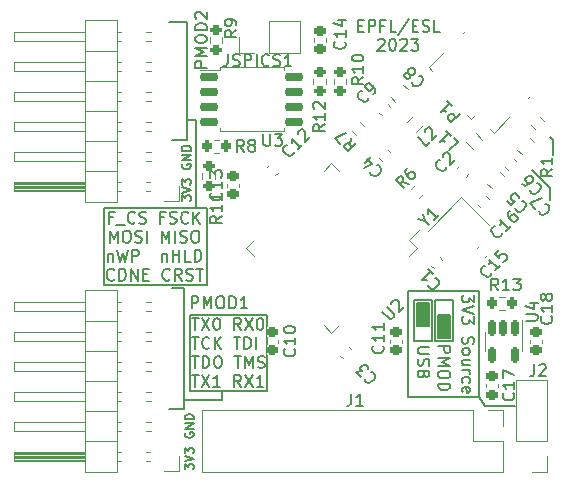
<source format=gbr>
%TF.GenerationSoftware,KiCad,Pcbnew,(6.0.0-0)*%
%TF.CreationDate,2023-01-16T12:19:11+01:00*%
%TF.ProjectId,core-v-mini-mcu-spiboot-fpga,636f7265-2d76-42d6-9d69-6e692d6d6375,rev?*%
%TF.SameCoordinates,Original*%
%TF.FileFunction,Legend,Top*%
%TF.FilePolarity,Positive*%
%FSLAX46Y46*%
G04 Gerber Fmt 4.6, Leading zero omitted, Abs format (unit mm)*
G04 Created by KiCad (PCBNEW (6.0.0-0)) date 2023-01-16 12:19:11*
%MOMM*%
%LPD*%
G01*
G04 APERTURE LIST*
G04 Aperture macros list*
%AMRoundRect*
0 Rectangle with rounded corners*
0 $1 Rounding radius*
0 $2 $3 $4 $5 $6 $7 $8 $9 X,Y pos of 4 corners*
0 Add a 4 corners polygon primitive as box body*
4,1,4,$2,$3,$4,$5,$6,$7,$8,$9,$2,$3,0*
0 Add four circle primitives for the rounded corners*
1,1,$1+$1,$2,$3*
1,1,$1+$1,$4,$5*
1,1,$1+$1,$6,$7*
1,1,$1+$1,$8,$9*
0 Add four rect primitives between the rounded corners*
20,1,$1+$1,$2,$3,$4,$5,0*
20,1,$1+$1,$4,$5,$6,$7,0*
20,1,$1+$1,$6,$7,$8,$9,0*
20,1,$1+$1,$8,$9,$2,$3,0*%
%AMHorizOval*
0 Thick line with rounded ends*
0 $1 width*
0 $2 $3 position (X,Y) of the first rounded end (center of the circle)*
0 $4 $5 position (X,Y) of the second rounded end (center of the circle)*
0 Add line between two ends*
20,1,$1,$2,$3,$4,$5,0*
0 Add two circle primitives to create the rounded ends*
1,1,$1,$2,$3*
1,1,$1,$4,$5*%
%AMRotRect*
0 Rectangle, with rotation*
0 The origin of the aperture is its center*
0 $1 length*
0 $2 width*
0 $3 Rotation angle, in degrees counterclockwise*
0 Add horizontal line*
21,1,$1,$2,0,0,$3*%
G04 Aperture macros list end*
%ADD10C,0.150000*%
%ADD11C,0.120000*%
%ADD12RoundRect,0.225000X-0.335876X-0.017678X-0.017678X-0.335876X0.335876X0.017678X0.017678X0.335876X0*%
%ADD13RotRect,1.400000X1.200000X225.000000*%
%ADD14RoundRect,0.150000X-0.150000X0.512500X-0.150000X-0.512500X0.150000X-0.512500X0.150000X0.512500X0*%
%ADD15RoundRect,0.200000X-0.200000X-0.275000X0.200000X-0.275000X0.200000X0.275000X-0.200000X0.275000X0*%
%ADD16O,1.700000X1.700000*%
%ADD17R,1.700000X1.700000*%
%ADD18RoundRect,0.225000X0.250000X-0.225000X0.250000X0.225000X-0.250000X0.225000X-0.250000X-0.225000X0*%
%ADD19RoundRect,0.225000X-0.250000X0.225000X-0.250000X-0.225000X0.250000X-0.225000X0.250000X0.225000X0*%
%ADD20RoundRect,0.075000X0.441942X0.548008X-0.548008X-0.441942X-0.441942X-0.548008X0.548008X0.441942X0*%
%ADD21RoundRect,0.075000X-0.441942X0.548008X-0.548008X0.441942X0.441942X-0.548008X0.548008X-0.441942X0*%
%ADD22RoundRect,0.225000X0.335876X0.017678X0.017678X0.335876X-0.335876X-0.017678X-0.017678X-0.335876X0*%
%ADD23RoundRect,0.225000X-0.017678X0.335876X-0.335876X0.017678X0.017678X-0.335876X0.335876X-0.017678X0*%
%ADD24RoundRect,0.200000X-0.275000X0.200000X-0.275000X-0.200000X0.275000X-0.200000X0.275000X0.200000X0*%
%ADD25RoundRect,0.250000X0.512652X0.159099X0.159099X0.512652X-0.512652X-0.159099X-0.159099X-0.512652X0*%
%ADD26RoundRect,0.250000X-0.512652X-0.159099X-0.159099X-0.512652X0.512652X0.159099X0.159099X0.512652X0*%
%ADD27RoundRect,0.200000X-0.335876X-0.053033X-0.053033X-0.335876X0.335876X0.053033X0.053033X0.335876X0*%
%ADD28RoundRect,0.200000X0.335876X0.053033X0.053033X0.335876X-0.335876X-0.053033X-0.053033X-0.335876X0*%
%ADD29RoundRect,0.200000X0.275000X-0.200000X0.275000X0.200000X-0.275000X0.200000X-0.275000X-0.200000X0*%
%ADD30RoundRect,0.200000X0.200000X0.275000X-0.200000X0.275000X-0.200000X-0.275000X0.200000X-0.275000X0*%
%ADD31RoundRect,0.200000X-0.053033X0.335876X-0.335876X0.053033X0.053033X-0.335876X0.335876X-0.053033X0*%
%ADD32RoundRect,0.150000X-0.650000X-0.150000X0.650000X-0.150000X0.650000X0.150000X-0.650000X0.150000X0*%
%ADD33RoundRect,0.218750X-0.114905X0.424264X-0.424264X0.114905X0.114905X-0.424264X0.424264X-0.114905X0*%
%ADD34RotRect,0.400000X1.350000X135.000000*%
%ADD35RotRect,1.200000X1.900000X135.000000*%
%ADD36HorizOval,1.200000X-0.247487X-0.247487X0.247487X0.247487X0*%
%ADD37RotRect,1.500000X1.900000X135.000000*%
%ADD38HorizOval,1.200000X0.247487X0.247487X-0.247487X-0.247487X0*%
%ADD39C,1.450000*%
%ADD40RoundRect,0.218750X-0.424264X-0.114905X-0.114905X-0.424264X0.424264X0.114905X0.114905X0.424264X0*%
G04 APERTURE END LIST*
D10*
X114000000Y-86500000D02*
X114000000Y-87500000D01*
X112500000Y-85000000D02*
X114000000Y-86500000D01*
X114250000Y-82500000D02*
X114000000Y-82250000D01*
X114250000Y-83750000D02*
X114250000Y-82500000D01*
X108500000Y-105000000D02*
X111000000Y-105000000D01*
X108000000Y-104250000D02*
X108500000Y-105000000D01*
X102000000Y-95250000D02*
X108000000Y-95250000D01*
X108000000Y-95250000D02*
X108000000Y-104250000D01*
X108000000Y-104250000D02*
X102000000Y-104250000D01*
X102000000Y-104250000D02*
X102000000Y-95250000D01*
X107547619Y-95583333D02*
X107547619Y-96202380D01*
X107166666Y-95869047D01*
X107166666Y-96011904D01*
X107119047Y-96107142D01*
X107071428Y-96154761D01*
X106976190Y-96202380D01*
X106738095Y-96202380D01*
X106642857Y-96154761D01*
X106595238Y-96107142D01*
X106547619Y-96011904D01*
X106547619Y-95726190D01*
X106595238Y-95630952D01*
X106642857Y-95583333D01*
X107547619Y-96488095D02*
X106547619Y-96821428D01*
X107547619Y-97154761D01*
X107547619Y-97392857D02*
X107547619Y-98011904D01*
X107166666Y-97678571D01*
X107166666Y-97821428D01*
X107119047Y-97916666D01*
X107071428Y-97964285D01*
X106976190Y-98011904D01*
X106738095Y-98011904D01*
X106642857Y-97964285D01*
X106595238Y-97916666D01*
X106547619Y-97821428D01*
X106547619Y-97535714D01*
X106595238Y-97440476D01*
X106642857Y-97392857D01*
X106595238Y-99154761D02*
X106547619Y-99297619D01*
X106547619Y-99535714D01*
X106595238Y-99630952D01*
X106642857Y-99678571D01*
X106738095Y-99726190D01*
X106833333Y-99726190D01*
X106928571Y-99678571D01*
X106976190Y-99630952D01*
X107023809Y-99535714D01*
X107071428Y-99345238D01*
X107119047Y-99250000D01*
X107166666Y-99202380D01*
X107261904Y-99154761D01*
X107357142Y-99154761D01*
X107452380Y-99202380D01*
X107500000Y-99250000D01*
X107547619Y-99345238D01*
X107547619Y-99583333D01*
X107500000Y-99726190D01*
X106547619Y-100297619D02*
X106595238Y-100202380D01*
X106642857Y-100154761D01*
X106738095Y-100107142D01*
X107023809Y-100107142D01*
X107119047Y-100154761D01*
X107166666Y-100202380D01*
X107214285Y-100297619D01*
X107214285Y-100440476D01*
X107166666Y-100535714D01*
X107119047Y-100583333D01*
X107023809Y-100630952D01*
X106738095Y-100630952D01*
X106642857Y-100583333D01*
X106595238Y-100535714D01*
X106547619Y-100440476D01*
X106547619Y-100297619D01*
X107214285Y-101488095D02*
X106547619Y-101488095D01*
X107214285Y-101059523D02*
X106690476Y-101059523D01*
X106595238Y-101107142D01*
X106547619Y-101202380D01*
X106547619Y-101345238D01*
X106595238Y-101440476D01*
X106642857Y-101488095D01*
X106547619Y-101964285D02*
X107214285Y-101964285D01*
X107023809Y-101964285D02*
X107119047Y-102011904D01*
X107166666Y-102059523D01*
X107214285Y-102154761D01*
X107214285Y-102250000D01*
X106595238Y-103011904D02*
X106547619Y-102916666D01*
X106547619Y-102726190D01*
X106595238Y-102630952D01*
X106642857Y-102583333D01*
X106738095Y-102535714D01*
X107023809Y-102535714D01*
X107119047Y-102583333D01*
X107166666Y-102630952D01*
X107214285Y-102726190D01*
X107214285Y-102916666D01*
X107166666Y-103011904D01*
X106595238Y-103821428D02*
X106547619Y-103726190D01*
X106547619Y-103535714D01*
X106595238Y-103440476D01*
X106690476Y-103392857D01*
X107071428Y-103392857D01*
X107166666Y-103440476D01*
X107214285Y-103535714D01*
X107214285Y-103726190D01*
X107166666Y-103821428D01*
X107071428Y-103869047D01*
X106976190Y-103869047D01*
X106880952Y-103392857D01*
X103797619Y-99988095D02*
X102988095Y-99988095D01*
X102892857Y-100035714D01*
X102845238Y-100083333D01*
X102797619Y-100178571D01*
X102797619Y-100369047D01*
X102845238Y-100464285D01*
X102892857Y-100511904D01*
X102988095Y-100559523D01*
X103797619Y-100559523D01*
X102845238Y-100988095D02*
X102797619Y-101130952D01*
X102797619Y-101369047D01*
X102845238Y-101464285D01*
X102892857Y-101511904D01*
X102988095Y-101559523D01*
X103083333Y-101559523D01*
X103178571Y-101511904D01*
X103226190Y-101464285D01*
X103273809Y-101369047D01*
X103321428Y-101178571D01*
X103369047Y-101083333D01*
X103416666Y-101035714D01*
X103511904Y-100988095D01*
X103607142Y-100988095D01*
X103702380Y-101035714D01*
X103750000Y-101083333D01*
X103797619Y-101178571D01*
X103797619Y-101416666D01*
X103750000Y-101559523D01*
X103321428Y-102321428D02*
X103273809Y-102464285D01*
X103226190Y-102511904D01*
X103130952Y-102559523D01*
X102988095Y-102559523D01*
X102892857Y-102511904D01*
X102845238Y-102464285D01*
X102797619Y-102369047D01*
X102797619Y-101988095D01*
X103797619Y-101988095D01*
X103797619Y-102321428D01*
X103750000Y-102416666D01*
X103702380Y-102464285D01*
X103607142Y-102511904D01*
X103511904Y-102511904D01*
X103416666Y-102464285D01*
X103369047Y-102416666D01*
X103321428Y-102321428D01*
X103321428Y-101988095D01*
X104547619Y-99892857D02*
X105547619Y-99892857D01*
X105547619Y-100273809D01*
X105500000Y-100369047D01*
X105452380Y-100416666D01*
X105357142Y-100464285D01*
X105214285Y-100464285D01*
X105119047Y-100416666D01*
X105071428Y-100369047D01*
X105023809Y-100273809D01*
X105023809Y-99892857D01*
X104547619Y-100892857D02*
X105547619Y-100892857D01*
X104833333Y-101226190D01*
X105547619Y-101559523D01*
X104547619Y-101559523D01*
X105547619Y-102226190D02*
X105547619Y-102416666D01*
X105500000Y-102511904D01*
X105404761Y-102607142D01*
X105214285Y-102654761D01*
X104880952Y-102654761D01*
X104690476Y-102607142D01*
X104595238Y-102511904D01*
X104547619Y-102416666D01*
X104547619Y-102226190D01*
X104595238Y-102130952D01*
X104690476Y-102035714D01*
X104880952Y-101988095D01*
X105214285Y-101988095D01*
X105404761Y-102035714D01*
X105500000Y-102130952D01*
X105547619Y-102226190D01*
X104547619Y-103083333D02*
X105547619Y-103083333D01*
X105547619Y-103321428D01*
X105500000Y-103464285D01*
X105404761Y-103559523D01*
X105309523Y-103607142D01*
X105119047Y-103654761D01*
X104976190Y-103654761D01*
X104785714Y-103607142D01*
X104690476Y-103559523D01*
X104595238Y-103464285D01*
X104547619Y-103321428D01*
X104547619Y-103083333D01*
X104000000Y-99500000D02*
X102500000Y-99500000D01*
X102500000Y-99500000D02*
X102500000Y-96000000D01*
X102500000Y-96000000D02*
X104000000Y-96000000D01*
X104000000Y-96000000D02*
X104000000Y-99500000D01*
X103750000Y-98250000D02*
X102750000Y-98250000D01*
X102750000Y-98250000D02*
X102750000Y-96250000D01*
X102750000Y-96250000D02*
X103750000Y-96250000D01*
X103750000Y-96250000D02*
X103750000Y-98250000D01*
G36*
X103750000Y-98250000D02*
G01*
X102750000Y-98250000D01*
X102750000Y-96250000D01*
X103750000Y-96250000D01*
X103750000Y-98250000D01*
G37*
X104500000Y-97250000D02*
X105500000Y-97250000D01*
X105500000Y-97250000D02*
X105500000Y-99250000D01*
X105500000Y-99250000D02*
X104500000Y-99250000D01*
X104500000Y-99250000D02*
X104500000Y-97250000D01*
G36*
X104500000Y-97250000D02*
G01*
X105500000Y-97250000D01*
X105500000Y-99250000D01*
X104500000Y-99250000D01*
X104500000Y-97250000D01*
G37*
X104250000Y-96000000D02*
X105750000Y-96000000D01*
X105750000Y-96000000D02*
X105750000Y-99500000D01*
X105750000Y-99500000D02*
X104250000Y-99500000D01*
X104250000Y-99500000D02*
X104250000Y-96000000D01*
X86250000Y-104500000D02*
X83000000Y-104500000D01*
X83250000Y-82500000D02*
X83250000Y-72500000D01*
X76250000Y-88250000D02*
X85000000Y-88250000D01*
X85000000Y-88250000D02*
X85000000Y-94750000D01*
X85000000Y-94750000D02*
X76250000Y-94750000D01*
X76250000Y-94750000D02*
X76250000Y-88250000D01*
X84000000Y-80750000D02*
X84000000Y-88250000D01*
X83250000Y-80750000D02*
X84000000Y-80750000D01*
X83250000Y-72500000D02*
X81750000Y-72500000D01*
X83000000Y-105250000D02*
X81750000Y-105250000D01*
X82000000Y-82500000D02*
X83250000Y-82500000D01*
X83000000Y-95000000D02*
X83000000Y-105250000D01*
X86250000Y-103750000D02*
X86250000Y-104500000D01*
X83500000Y-97250000D02*
X90000000Y-97250000D01*
X90000000Y-97250000D02*
X90000000Y-103750000D01*
X90000000Y-103750000D02*
X83500000Y-103750000D01*
X83500000Y-103750000D02*
X83500000Y-97250000D01*
X82000000Y-95000000D02*
X83000000Y-95000000D01*
X77000000Y-89013571D02*
X76666666Y-89013571D01*
X76666666Y-89537380D02*
X76666666Y-88537380D01*
X77142857Y-88537380D01*
X77285714Y-89632619D02*
X78047619Y-89632619D01*
X78857142Y-89442142D02*
X78809523Y-89489761D01*
X78666666Y-89537380D01*
X78571428Y-89537380D01*
X78428571Y-89489761D01*
X78333333Y-89394523D01*
X78285714Y-89299285D01*
X78238095Y-89108809D01*
X78238095Y-88965952D01*
X78285714Y-88775476D01*
X78333333Y-88680238D01*
X78428571Y-88585000D01*
X78571428Y-88537380D01*
X78666666Y-88537380D01*
X78809523Y-88585000D01*
X78857142Y-88632619D01*
X79238095Y-89489761D02*
X79380952Y-89537380D01*
X79619047Y-89537380D01*
X79714285Y-89489761D01*
X79761904Y-89442142D01*
X79809523Y-89346904D01*
X79809523Y-89251666D01*
X79761904Y-89156428D01*
X79714285Y-89108809D01*
X79619047Y-89061190D01*
X79428571Y-89013571D01*
X79333333Y-88965952D01*
X79285714Y-88918333D01*
X79238095Y-88823095D01*
X79238095Y-88727857D01*
X79285714Y-88632619D01*
X79333333Y-88585000D01*
X79428571Y-88537380D01*
X79666666Y-88537380D01*
X79809523Y-88585000D01*
X81333333Y-89013571D02*
X81000000Y-89013571D01*
X81000000Y-89537380D02*
X81000000Y-88537380D01*
X81476190Y-88537380D01*
X81809523Y-89489761D02*
X81952380Y-89537380D01*
X82190476Y-89537380D01*
X82285714Y-89489761D01*
X82333333Y-89442142D01*
X82380952Y-89346904D01*
X82380952Y-89251666D01*
X82333333Y-89156428D01*
X82285714Y-89108809D01*
X82190476Y-89061190D01*
X82000000Y-89013571D01*
X81904761Y-88965952D01*
X81857142Y-88918333D01*
X81809523Y-88823095D01*
X81809523Y-88727857D01*
X81857142Y-88632619D01*
X81904761Y-88585000D01*
X82000000Y-88537380D01*
X82238095Y-88537380D01*
X82380952Y-88585000D01*
X83380952Y-89442142D02*
X83333333Y-89489761D01*
X83190476Y-89537380D01*
X83095238Y-89537380D01*
X82952380Y-89489761D01*
X82857142Y-89394523D01*
X82809523Y-89299285D01*
X82761904Y-89108809D01*
X82761904Y-88965952D01*
X82809523Y-88775476D01*
X82857142Y-88680238D01*
X82952380Y-88585000D01*
X83095238Y-88537380D01*
X83190476Y-88537380D01*
X83333333Y-88585000D01*
X83380952Y-88632619D01*
X83809523Y-89537380D02*
X83809523Y-88537380D01*
X84380952Y-89537380D02*
X83952380Y-88965952D01*
X84380952Y-88537380D02*
X83809523Y-89108809D01*
X76738095Y-91147380D02*
X76738095Y-90147380D01*
X77071428Y-90861666D01*
X77404761Y-90147380D01*
X77404761Y-91147380D01*
X78071428Y-90147380D02*
X78261904Y-90147380D01*
X78357142Y-90195000D01*
X78452380Y-90290238D01*
X78500000Y-90480714D01*
X78500000Y-90814047D01*
X78452380Y-91004523D01*
X78357142Y-91099761D01*
X78261904Y-91147380D01*
X78071428Y-91147380D01*
X77976190Y-91099761D01*
X77880952Y-91004523D01*
X77833333Y-90814047D01*
X77833333Y-90480714D01*
X77880952Y-90290238D01*
X77976190Y-90195000D01*
X78071428Y-90147380D01*
X78880952Y-91099761D02*
X79023809Y-91147380D01*
X79261904Y-91147380D01*
X79357142Y-91099761D01*
X79404761Y-91052142D01*
X79452380Y-90956904D01*
X79452380Y-90861666D01*
X79404761Y-90766428D01*
X79357142Y-90718809D01*
X79261904Y-90671190D01*
X79071428Y-90623571D01*
X78976190Y-90575952D01*
X78928571Y-90528333D01*
X78880952Y-90433095D01*
X78880952Y-90337857D01*
X78928571Y-90242619D01*
X78976190Y-90195000D01*
X79071428Y-90147380D01*
X79309523Y-90147380D01*
X79452380Y-90195000D01*
X79880952Y-91147380D02*
X79880952Y-90147380D01*
X81119047Y-91147380D02*
X81119047Y-90147380D01*
X81452380Y-90861666D01*
X81785714Y-90147380D01*
X81785714Y-91147380D01*
X82261904Y-91147380D02*
X82261904Y-90147380D01*
X82690476Y-91099761D02*
X82833333Y-91147380D01*
X83071428Y-91147380D01*
X83166666Y-91099761D01*
X83214285Y-91052142D01*
X83261904Y-90956904D01*
X83261904Y-90861666D01*
X83214285Y-90766428D01*
X83166666Y-90718809D01*
X83071428Y-90671190D01*
X82880952Y-90623571D01*
X82785714Y-90575952D01*
X82738095Y-90528333D01*
X82690476Y-90433095D01*
X82690476Y-90337857D01*
X82738095Y-90242619D01*
X82785714Y-90195000D01*
X82880952Y-90147380D01*
X83119047Y-90147380D01*
X83261904Y-90195000D01*
X83880952Y-90147380D02*
X84071428Y-90147380D01*
X84166666Y-90195000D01*
X84261904Y-90290238D01*
X84309523Y-90480714D01*
X84309523Y-90814047D01*
X84261904Y-91004523D01*
X84166666Y-91099761D01*
X84071428Y-91147380D01*
X83880952Y-91147380D01*
X83785714Y-91099761D01*
X83690476Y-91004523D01*
X83642857Y-90814047D01*
X83642857Y-90480714D01*
X83690476Y-90290238D01*
X83785714Y-90195000D01*
X83880952Y-90147380D01*
X76571428Y-92090714D02*
X76571428Y-92757380D01*
X76571428Y-92185952D02*
X76619047Y-92138333D01*
X76714285Y-92090714D01*
X76857142Y-92090714D01*
X76952380Y-92138333D01*
X77000000Y-92233571D01*
X77000000Y-92757380D01*
X77380952Y-91757380D02*
X77619047Y-92757380D01*
X77809523Y-92043095D01*
X78000000Y-92757380D01*
X78238095Y-91757380D01*
X78619047Y-92757380D02*
X78619047Y-91757380D01*
X79000000Y-91757380D01*
X79095238Y-91805000D01*
X79142857Y-91852619D01*
X79190476Y-91947857D01*
X79190476Y-92090714D01*
X79142857Y-92185952D01*
X79095238Y-92233571D01*
X79000000Y-92281190D01*
X78619047Y-92281190D01*
X81142857Y-92090714D02*
X81142857Y-92757380D01*
X81142857Y-92185952D02*
X81190476Y-92138333D01*
X81285714Y-92090714D01*
X81428571Y-92090714D01*
X81523809Y-92138333D01*
X81571428Y-92233571D01*
X81571428Y-92757380D01*
X82047619Y-92757380D02*
X82047619Y-91757380D01*
X82047619Y-92233571D02*
X82619047Y-92233571D01*
X82619047Y-92757380D02*
X82619047Y-91757380D01*
X83571428Y-92757380D02*
X83095238Y-92757380D01*
X83095238Y-91757380D01*
X83904761Y-92757380D02*
X83904761Y-91757380D01*
X84142857Y-91757380D01*
X84285714Y-91805000D01*
X84380952Y-91900238D01*
X84428571Y-91995476D01*
X84476190Y-92185952D01*
X84476190Y-92328809D01*
X84428571Y-92519285D01*
X84380952Y-92614523D01*
X84285714Y-92709761D01*
X84142857Y-92757380D01*
X83904761Y-92757380D01*
X77095238Y-94272142D02*
X77047619Y-94319761D01*
X76904761Y-94367380D01*
X76809523Y-94367380D01*
X76666666Y-94319761D01*
X76571428Y-94224523D01*
X76523809Y-94129285D01*
X76476190Y-93938809D01*
X76476190Y-93795952D01*
X76523809Y-93605476D01*
X76571428Y-93510238D01*
X76666666Y-93415000D01*
X76809523Y-93367380D01*
X76904761Y-93367380D01*
X77047619Y-93415000D01*
X77095238Y-93462619D01*
X77523809Y-94367380D02*
X77523809Y-93367380D01*
X77761904Y-93367380D01*
X77904761Y-93415000D01*
X78000000Y-93510238D01*
X78047619Y-93605476D01*
X78095238Y-93795952D01*
X78095238Y-93938809D01*
X78047619Y-94129285D01*
X78000000Y-94224523D01*
X77904761Y-94319761D01*
X77761904Y-94367380D01*
X77523809Y-94367380D01*
X78523809Y-94367380D02*
X78523809Y-93367380D01*
X79095238Y-94367380D01*
X79095238Y-93367380D01*
X79571428Y-93843571D02*
X79904761Y-93843571D01*
X80047619Y-94367380D02*
X79571428Y-94367380D01*
X79571428Y-93367380D01*
X80047619Y-93367380D01*
X81809523Y-94272142D02*
X81761904Y-94319761D01*
X81619047Y-94367380D01*
X81523809Y-94367380D01*
X81380952Y-94319761D01*
X81285714Y-94224523D01*
X81238095Y-94129285D01*
X81190476Y-93938809D01*
X81190476Y-93795952D01*
X81238095Y-93605476D01*
X81285714Y-93510238D01*
X81380952Y-93415000D01*
X81523809Y-93367380D01*
X81619047Y-93367380D01*
X81761904Y-93415000D01*
X81809523Y-93462619D01*
X82809523Y-94367380D02*
X82476190Y-93891190D01*
X82238095Y-94367380D02*
X82238095Y-93367380D01*
X82619047Y-93367380D01*
X82714285Y-93415000D01*
X82761904Y-93462619D01*
X82809523Y-93557857D01*
X82809523Y-93700714D01*
X82761904Y-93795952D01*
X82714285Y-93843571D01*
X82619047Y-93891190D01*
X82238095Y-93891190D01*
X83190476Y-94319761D02*
X83333333Y-94367380D01*
X83571428Y-94367380D01*
X83666666Y-94319761D01*
X83714285Y-94272142D01*
X83761904Y-94176904D01*
X83761904Y-94081666D01*
X83714285Y-93986428D01*
X83666666Y-93938809D01*
X83571428Y-93891190D01*
X83380952Y-93843571D01*
X83285714Y-93795952D01*
X83238095Y-93748333D01*
X83190476Y-93653095D01*
X83190476Y-93557857D01*
X83238095Y-93462619D01*
X83285714Y-93415000D01*
X83380952Y-93367380D01*
X83619047Y-93367380D01*
X83761904Y-93415000D01*
X84047619Y-93367380D02*
X84619047Y-93367380D01*
X84333333Y-94367380D02*
X84333333Y-93367380D01*
X97745238Y-72768571D02*
X98078571Y-72768571D01*
X98221428Y-73292380D02*
X97745238Y-73292380D01*
X97745238Y-72292380D01*
X98221428Y-72292380D01*
X98650000Y-73292380D02*
X98650000Y-72292380D01*
X99030952Y-72292380D01*
X99126190Y-72340000D01*
X99173809Y-72387619D01*
X99221428Y-72482857D01*
X99221428Y-72625714D01*
X99173809Y-72720952D01*
X99126190Y-72768571D01*
X99030952Y-72816190D01*
X98650000Y-72816190D01*
X99983333Y-72768571D02*
X99650000Y-72768571D01*
X99650000Y-73292380D02*
X99650000Y-72292380D01*
X100126190Y-72292380D01*
X100983333Y-73292380D02*
X100507142Y-73292380D01*
X100507142Y-72292380D01*
X102030952Y-72244761D02*
X101173809Y-73530476D01*
X102364285Y-72768571D02*
X102697619Y-72768571D01*
X102840476Y-73292380D02*
X102364285Y-73292380D01*
X102364285Y-72292380D01*
X102840476Y-72292380D01*
X103221428Y-73244761D02*
X103364285Y-73292380D01*
X103602380Y-73292380D01*
X103697619Y-73244761D01*
X103745238Y-73197142D01*
X103792857Y-73101904D01*
X103792857Y-73006666D01*
X103745238Y-72911428D01*
X103697619Y-72863809D01*
X103602380Y-72816190D01*
X103411904Y-72768571D01*
X103316666Y-72720952D01*
X103269047Y-72673333D01*
X103221428Y-72578095D01*
X103221428Y-72482857D01*
X103269047Y-72387619D01*
X103316666Y-72340000D01*
X103411904Y-72292380D01*
X103650000Y-72292380D01*
X103792857Y-72340000D01*
X104697619Y-73292380D02*
X104221428Y-73292380D01*
X104221428Y-72292380D01*
X99435714Y-73997619D02*
X99483333Y-73950000D01*
X99578571Y-73902380D01*
X99816666Y-73902380D01*
X99911904Y-73950000D01*
X99959523Y-73997619D01*
X100007142Y-74092857D01*
X100007142Y-74188095D01*
X99959523Y-74330952D01*
X99388095Y-74902380D01*
X100007142Y-74902380D01*
X100626190Y-73902380D02*
X100721428Y-73902380D01*
X100816666Y-73950000D01*
X100864285Y-73997619D01*
X100911904Y-74092857D01*
X100959523Y-74283333D01*
X100959523Y-74521428D01*
X100911904Y-74711904D01*
X100864285Y-74807142D01*
X100816666Y-74854761D01*
X100721428Y-74902380D01*
X100626190Y-74902380D01*
X100530952Y-74854761D01*
X100483333Y-74807142D01*
X100435714Y-74711904D01*
X100388095Y-74521428D01*
X100388095Y-74283333D01*
X100435714Y-74092857D01*
X100483333Y-73997619D01*
X100530952Y-73950000D01*
X100626190Y-73902380D01*
X101340476Y-73997619D02*
X101388095Y-73950000D01*
X101483333Y-73902380D01*
X101721428Y-73902380D01*
X101816666Y-73950000D01*
X101864285Y-73997619D01*
X101911904Y-74092857D01*
X101911904Y-74188095D01*
X101864285Y-74330952D01*
X101292857Y-74902380D01*
X101911904Y-74902380D01*
X102245238Y-73902380D02*
X102864285Y-73902380D01*
X102530952Y-74283333D01*
X102673809Y-74283333D01*
X102769047Y-74330952D01*
X102816666Y-74378571D01*
X102864285Y-74473809D01*
X102864285Y-74711904D01*
X102816666Y-74807142D01*
X102769047Y-74854761D01*
X102673809Y-74902380D01*
X102388095Y-74902380D01*
X102292857Y-74854761D01*
X102245238Y-74807142D01*
X83089285Y-110357142D02*
X83089285Y-109892857D01*
X83375000Y-110142857D01*
X83375000Y-110035714D01*
X83410714Y-109964285D01*
X83446428Y-109928571D01*
X83517857Y-109892857D01*
X83696428Y-109892857D01*
X83767857Y-109928571D01*
X83803571Y-109964285D01*
X83839285Y-110035714D01*
X83839285Y-110250000D01*
X83803571Y-110321428D01*
X83767857Y-110357142D01*
X83089285Y-109678571D02*
X83839285Y-109428571D01*
X83089285Y-109178571D01*
X83089285Y-109000000D02*
X83089285Y-108535714D01*
X83375000Y-108785714D01*
X83375000Y-108678571D01*
X83410714Y-108607142D01*
X83446428Y-108571428D01*
X83517857Y-108535714D01*
X83696428Y-108535714D01*
X83767857Y-108571428D01*
X83803571Y-108607142D01*
X83839285Y-108678571D01*
X83839285Y-108892857D01*
X83803571Y-108964285D01*
X83767857Y-109000000D01*
X83125000Y-107250000D02*
X83089285Y-107321428D01*
X83089285Y-107428571D01*
X83125000Y-107535714D01*
X83196428Y-107607142D01*
X83267857Y-107642857D01*
X83410714Y-107678571D01*
X83517857Y-107678571D01*
X83660714Y-107642857D01*
X83732142Y-107607142D01*
X83803571Y-107535714D01*
X83839285Y-107428571D01*
X83839285Y-107357142D01*
X83803571Y-107250000D01*
X83767857Y-107214285D01*
X83517857Y-107214285D01*
X83517857Y-107357142D01*
X83839285Y-106892857D02*
X83089285Y-106892857D01*
X83839285Y-106464285D01*
X83089285Y-106464285D01*
X83839285Y-106107142D02*
X83089285Y-106107142D01*
X83089285Y-105928571D01*
X83125000Y-105821428D01*
X83196428Y-105750000D01*
X83267857Y-105714285D01*
X83410714Y-105678571D01*
X83517857Y-105678571D01*
X83660714Y-105714285D01*
X83732142Y-105750000D01*
X83803571Y-105821428D01*
X83839285Y-105928571D01*
X83839285Y-106107142D01*
X83692738Y-97537380D02*
X84264166Y-97537380D01*
X83978452Y-98537380D02*
X83978452Y-97537380D01*
X84502261Y-97537380D02*
X85168928Y-98537380D01*
X85168928Y-97537380D02*
X84502261Y-98537380D01*
X85740357Y-97537380D02*
X85835595Y-97537380D01*
X85930833Y-97585000D01*
X85978452Y-97632619D01*
X86026071Y-97727857D01*
X86073690Y-97918333D01*
X86073690Y-98156428D01*
X86026071Y-98346904D01*
X85978452Y-98442142D01*
X85930833Y-98489761D01*
X85835595Y-98537380D01*
X85740357Y-98537380D01*
X85645119Y-98489761D01*
X85597500Y-98442142D01*
X85549880Y-98346904D01*
X85502261Y-98156428D01*
X85502261Y-97918333D01*
X85549880Y-97727857D01*
X85597500Y-97632619D01*
X85645119Y-97585000D01*
X85740357Y-97537380D01*
X87835595Y-98537380D02*
X87502261Y-98061190D01*
X87264166Y-98537380D02*
X87264166Y-97537380D01*
X87645119Y-97537380D01*
X87740357Y-97585000D01*
X87787976Y-97632619D01*
X87835595Y-97727857D01*
X87835595Y-97870714D01*
X87787976Y-97965952D01*
X87740357Y-98013571D01*
X87645119Y-98061190D01*
X87264166Y-98061190D01*
X88168928Y-97537380D02*
X88835595Y-98537380D01*
X88835595Y-97537380D02*
X88168928Y-98537380D01*
X89407023Y-97537380D02*
X89502261Y-97537380D01*
X89597500Y-97585000D01*
X89645119Y-97632619D01*
X89692738Y-97727857D01*
X89740357Y-97918333D01*
X89740357Y-98156428D01*
X89692738Y-98346904D01*
X89645119Y-98442142D01*
X89597500Y-98489761D01*
X89502261Y-98537380D01*
X89407023Y-98537380D01*
X89311785Y-98489761D01*
X89264166Y-98442142D01*
X89216547Y-98346904D01*
X89168928Y-98156428D01*
X89168928Y-97918333D01*
X89216547Y-97727857D01*
X89264166Y-97632619D01*
X89311785Y-97585000D01*
X89407023Y-97537380D01*
X83692738Y-99147380D02*
X84264166Y-99147380D01*
X83978452Y-100147380D02*
X83978452Y-99147380D01*
X85168928Y-100052142D02*
X85121309Y-100099761D01*
X84978452Y-100147380D01*
X84883214Y-100147380D01*
X84740357Y-100099761D01*
X84645119Y-100004523D01*
X84597500Y-99909285D01*
X84549880Y-99718809D01*
X84549880Y-99575952D01*
X84597500Y-99385476D01*
X84645119Y-99290238D01*
X84740357Y-99195000D01*
X84883214Y-99147380D01*
X84978452Y-99147380D01*
X85121309Y-99195000D01*
X85168928Y-99242619D01*
X85597500Y-100147380D02*
X85597500Y-99147380D01*
X86168928Y-100147380D02*
X85740357Y-99575952D01*
X86168928Y-99147380D02*
X85597500Y-99718809D01*
X87216547Y-99147380D02*
X87787976Y-99147380D01*
X87502261Y-100147380D02*
X87502261Y-99147380D01*
X88121309Y-100147380D02*
X88121309Y-99147380D01*
X88359404Y-99147380D01*
X88502261Y-99195000D01*
X88597500Y-99290238D01*
X88645119Y-99385476D01*
X88692738Y-99575952D01*
X88692738Y-99718809D01*
X88645119Y-99909285D01*
X88597500Y-100004523D01*
X88502261Y-100099761D01*
X88359404Y-100147380D01*
X88121309Y-100147380D01*
X89121309Y-100147380D02*
X89121309Y-99147380D01*
X83692738Y-100757380D02*
X84264166Y-100757380D01*
X83978452Y-101757380D02*
X83978452Y-100757380D01*
X84597500Y-101757380D02*
X84597500Y-100757380D01*
X84835595Y-100757380D01*
X84978452Y-100805000D01*
X85073690Y-100900238D01*
X85121309Y-100995476D01*
X85168928Y-101185952D01*
X85168928Y-101328809D01*
X85121309Y-101519285D01*
X85073690Y-101614523D01*
X84978452Y-101709761D01*
X84835595Y-101757380D01*
X84597500Y-101757380D01*
X85787976Y-100757380D02*
X85978452Y-100757380D01*
X86073690Y-100805000D01*
X86168928Y-100900238D01*
X86216547Y-101090714D01*
X86216547Y-101424047D01*
X86168928Y-101614523D01*
X86073690Y-101709761D01*
X85978452Y-101757380D01*
X85787976Y-101757380D01*
X85692738Y-101709761D01*
X85597500Y-101614523D01*
X85549880Y-101424047D01*
X85549880Y-101090714D01*
X85597500Y-100900238D01*
X85692738Y-100805000D01*
X85787976Y-100757380D01*
X87264166Y-100757380D02*
X87835595Y-100757380D01*
X87549880Y-101757380D02*
X87549880Y-100757380D01*
X88168928Y-101757380D02*
X88168928Y-100757380D01*
X88502261Y-101471666D01*
X88835595Y-100757380D01*
X88835595Y-101757380D01*
X89264166Y-101709761D02*
X89407023Y-101757380D01*
X89645119Y-101757380D01*
X89740357Y-101709761D01*
X89787976Y-101662142D01*
X89835595Y-101566904D01*
X89835595Y-101471666D01*
X89787976Y-101376428D01*
X89740357Y-101328809D01*
X89645119Y-101281190D01*
X89454642Y-101233571D01*
X89359404Y-101185952D01*
X89311785Y-101138333D01*
X89264166Y-101043095D01*
X89264166Y-100947857D01*
X89311785Y-100852619D01*
X89359404Y-100805000D01*
X89454642Y-100757380D01*
X89692738Y-100757380D01*
X89835595Y-100805000D01*
X83692738Y-102367380D02*
X84264166Y-102367380D01*
X83978452Y-103367380D02*
X83978452Y-102367380D01*
X84502261Y-102367380D02*
X85168928Y-103367380D01*
X85168928Y-102367380D02*
X84502261Y-103367380D01*
X86073690Y-103367380D02*
X85502261Y-103367380D01*
X85787976Y-103367380D02*
X85787976Y-102367380D01*
X85692738Y-102510238D01*
X85597500Y-102605476D01*
X85502261Y-102653095D01*
X87835595Y-103367380D02*
X87502261Y-102891190D01*
X87264166Y-103367380D02*
X87264166Y-102367380D01*
X87645119Y-102367380D01*
X87740357Y-102415000D01*
X87787976Y-102462619D01*
X87835595Y-102557857D01*
X87835595Y-102700714D01*
X87787976Y-102795952D01*
X87740357Y-102843571D01*
X87645119Y-102891190D01*
X87264166Y-102891190D01*
X88168928Y-102367380D02*
X88835595Y-103367380D01*
X88835595Y-102367380D02*
X88168928Y-103367380D01*
X89740357Y-103367380D02*
X89168928Y-103367380D01*
X89454642Y-103367380D02*
X89454642Y-102367380D01*
X89359404Y-102510238D01*
X89264166Y-102605476D01*
X89168928Y-102653095D01*
X82839285Y-87607142D02*
X82839285Y-87142857D01*
X83125000Y-87392857D01*
X83125000Y-87285714D01*
X83160714Y-87214285D01*
X83196428Y-87178571D01*
X83267857Y-87142857D01*
X83446428Y-87142857D01*
X83517857Y-87178571D01*
X83553571Y-87214285D01*
X83589285Y-87285714D01*
X83589285Y-87500000D01*
X83553571Y-87571428D01*
X83517857Y-87607142D01*
X82839285Y-86928571D02*
X83589285Y-86678571D01*
X82839285Y-86428571D01*
X82839285Y-86250000D02*
X82839285Y-85785714D01*
X83125000Y-86035714D01*
X83125000Y-85928571D01*
X83160714Y-85857142D01*
X83196428Y-85821428D01*
X83267857Y-85785714D01*
X83446428Y-85785714D01*
X83517857Y-85821428D01*
X83553571Y-85857142D01*
X83589285Y-85928571D01*
X83589285Y-86142857D01*
X83553571Y-86214285D01*
X83517857Y-86250000D01*
X82875000Y-84500000D02*
X82839285Y-84571428D01*
X82839285Y-84678571D01*
X82875000Y-84785714D01*
X82946428Y-84857142D01*
X83017857Y-84892857D01*
X83160714Y-84928571D01*
X83267857Y-84928571D01*
X83410714Y-84892857D01*
X83482142Y-84857142D01*
X83553571Y-84785714D01*
X83589285Y-84678571D01*
X83589285Y-84607142D01*
X83553571Y-84500000D01*
X83517857Y-84464285D01*
X83267857Y-84464285D01*
X83267857Y-84607142D01*
X83589285Y-84142857D02*
X82839285Y-84142857D01*
X83589285Y-83714285D01*
X82839285Y-83714285D01*
X83589285Y-83357142D02*
X82839285Y-83357142D01*
X82839285Y-83178571D01*
X82875000Y-83071428D01*
X82946428Y-83000000D01*
X83017857Y-82964285D01*
X83160714Y-82928571D01*
X83267857Y-82928571D01*
X83410714Y-82964285D01*
X83482142Y-83000000D01*
X83553571Y-83071428D01*
X83589285Y-83178571D01*
X83589285Y-83357142D01*
%TO.C,C3*%
X98870389Y-102115312D02*
X98937732Y-102115312D01*
X99072419Y-102182656D01*
X99139763Y-102250000D01*
X99207106Y-102384687D01*
X99207106Y-102519374D01*
X99173435Y-102620389D01*
X99072419Y-102788748D01*
X98971404Y-102889763D01*
X98803045Y-102990778D01*
X98702030Y-103024450D01*
X98567343Y-103024450D01*
X98432656Y-102957106D01*
X98365312Y-102889763D01*
X98297969Y-102755076D01*
X98297969Y-102687732D01*
X97994923Y-102519374D02*
X97557190Y-102081641D01*
X98062267Y-102047969D01*
X97961251Y-101946954D01*
X97927580Y-101845938D01*
X97927580Y-101778595D01*
X97961251Y-101677580D01*
X98129610Y-101509221D01*
X98230625Y-101475549D01*
X98297969Y-101475549D01*
X98398984Y-101509221D01*
X98601015Y-101711251D01*
X98634687Y-101812267D01*
X98634687Y-101879610D01*
%TO.C,Y1*%
X103396446Y-89319881D02*
X103733164Y-89656599D01*
X102790355Y-89185194D02*
X103396446Y-89319881D01*
X103261759Y-88713790D01*
X104574957Y-88814805D02*
X104170896Y-89218866D01*
X104372927Y-89016835D02*
X103665820Y-88309729D01*
X103699492Y-88478087D01*
X103699492Y-88612774D01*
X103665820Y-88713790D01*
%TO.C,U4*%
X111952380Y-97761904D02*
X112761904Y-97761904D01*
X112857142Y-97714285D01*
X112904761Y-97666666D01*
X112952380Y-97571428D01*
X112952380Y-97380952D01*
X112904761Y-97285714D01*
X112857142Y-97238095D01*
X112761904Y-97190476D01*
X111952380Y-97190476D01*
X112285714Y-96285714D02*
X112952380Y-96285714D01*
X111904761Y-96523809D02*
X112619047Y-96761904D01*
X112619047Y-96142857D01*
%TO.C,R13*%
X109607142Y-95202380D02*
X109273809Y-94726190D01*
X109035714Y-95202380D02*
X109035714Y-94202380D01*
X109416666Y-94202380D01*
X109511904Y-94250000D01*
X109559523Y-94297619D01*
X109607142Y-94392857D01*
X109607142Y-94535714D01*
X109559523Y-94630952D01*
X109511904Y-94678571D01*
X109416666Y-94726190D01*
X109035714Y-94726190D01*
X110559523Y-95202380D02*
X109988095Y-95202380D01*
X110273809Y-95202380D02*
X110273809Y-94202380D01*
X110178571Y-94345238D01*
X110083333Y-94440476D01*
X109988095Y-94488095D01*
X110892857Y-94202380D02*
X111511904Y-94202380D01*
X111178571Y-94583333D01*
X111321428Y-94583333D01*
X111416666Y-94630952D01*
X111464285Y-94678571D01*
X111511904Y-94773809D01*
X111511904Y-95011904D01*
X111464285Y-95107142D01*
X111416666Y-95154761D01*
X111321428Y-95202380D01*
X111035714Y-95202380D01*
X110940476Y-95154761D01*
X110892857Y-95107142D01*
%TO.C,J2*%
X112666666Y-101452380D02*
X112666666Y-102166666D01*
X112619047Y-102309523D01*
X112523809Y-102404761D01*
X112380952Y-102452380D01*
X112285714Y-102452380D01*
X113095238Y-101547619D02*
X113142857Y-101500000D01*
X113238095Y-101452380D01*
X113476190Y-101452380D01*
X113571428Y-101500000D01*
X113619047Y-101547619D01*
X113666666Y-101642857D01*
X113666666Y-101738095D01*
X113619047Y-101880952D01*
X113047619Y-102452380D01*
X113666666Y-102452380D01*
%TO.C,C18*%
X114107142Y-97392857D02*
X114154761Y-97440476D01*
X114202380Y-97583333D01*
X114202380Y-97678571D01*
X114154761Y-97821428D01*
X114059523Y-97916666D01*
X113964285Y-97964285D01*
X113773809Y-98011904D01*
X113630952Y-98011904D01*
X113440476Y-97964285D01*
X113345238Y-97916666D01*
X113250000Y-97821428D01*
X113202380Y-97678571D01*
X113202380Y-97583333D01*
X113250000Y-97440476D01*
X113297619Y-97392857D01*
X114202380Y-96440476D02*
X114202380Y-97011904D01*
X114202380Y-96726190D02*
X113202380Y-96726190D01*
X113345238Y-96821428D01*
X113440476Y-96916666D01*
X113488095Y-97011904D01*
X113630952Y-95869047D02*
X113583333Y-95964285D01*
X113535714Y-96011904D01*
X113440476Y-96059523D01*
X113392857Y-96059523D01*
X113297619Y-96011904D01*
X113250000Y-95964285D01*
X113202380Y-95869047D01*
X113202380Y-95678571D01*
X113250000Y-95583333D01*
X113297619Y-95535714D01*
X113392857Y-95488095D01*
X113440476Y-95488095D01*
X113535714Y-95535714D01*
X113583333Y-95583333D01*
X113630952Y-95678571D01*
X113630952Y-95869047D01*
X113678571Y-95964285D01*
X113726190Y-96011904D01*
X113821428Y-96059523D01*
X114011904Y-96059523D01*
X114107142Y-96011904D01*
X114154761Y-95964285D01*
X114202380Y-95869047D01*
X114202380Y-95678571D01*
X114154761Y-95583333D01*
X114107142Y-95535714D01*
X114011904Y-95488095D01*
X113821428Y-95488095D01*
X113726190Y-95535714D01*
X113678571Y-95583333D01*
X113630952Y-95678571D01*
%TO.C,C17*%
X110887142Y-103892857D02*
X110934761Y-103940476D01*
X110982380Y-104083333D01*
X110982380Y-104178571D01*
X110934761Y-104321428D01*
X110839523Y-104416666D01*
X110744285Y-104464285D01*
X110553809Y-104511904D01*
X110410952Y-104511904D01*
X110220476Y-104464285D01*
X110125238Y-104416666D01*
X110030000Y-104321428D01*
X109982380Y-104178571D01*
X109982380Y-104083333D01*
X110030000Y-103940476D01*
X110077619Y-103892857D01*
X110982380Y-102940476D02*
X110982380Y-103511904D01*
X110982380Y-103226190D02*
X109982380Y-103226190D01*
X110125238Y-103321428D01*
X110220476Y-103416666D01*
X110268095Y-103511904D01*
X109982380Y-102607142D02*
X109982380Y-101940476D01*
X110982380Y-102369047D01*
%TO.C,U2*%
X99806616Y-96984112D02*
X100379036Y-97556532D01*
X100480051Y-97590204D01*
X100547395Y-97590204D01*
X100648410Y-97556532D01*
X100783097Y-97421845D01*
X100816769Y-97320830D01*
X100816769Y-97253486D01*
X100783097Y-97152471D01*
X100210677Y-96580051D01*
X100581067Y-96344349D02*
X100581067Y-96277006D01*
X100614738Y-96175990D01*
X100783097Y-96007632D01*
X100884112Y-95973960D01*
X100951456Y-95973960D01*
X101052471Y-96007632D01*
X101119815Y-96074975D01*
X101187158Y-96209662D01*
X101187158Y-97017784D01*
X101624891Y-96580051D01*
%TO.C,C16*%
X109947969Y-90357106D02*
X109947969Y-90424450D01*
X109880625Y-90559137D01*
X109813282Y-90626480D01*
X109678595Y-90693824D01*
X109543908Y-90693824D01*
X109442893Y-90660152D01*
X109274534Y-90559137D01*
X109173519Y-90458122D01*
X109072503Y-90289763D01*
X109038832Y-90188748D01*
X109038832Y-90054061D01*
X109106175Y-89919374D01*
X109173519Y-89852030D01*
X109308206Y-89784687D01*
X109375549Y-89784687D01*
X110688748Y-89751015D02*
X110284687Y-90155076D01*
X110486717Y-89953045D02*
X109779610Y-89245938D01*
X109813282Y-89414297D01*
X109813282Y-89548984D01*
X109779610Y-89650000D01*
X110587732Y-88437816D02*
X110453045Y-88572503D01*
X110419374Y-88673519D01*
X110419374Y-88740862D01*
X110453045Y-88909221D01*
X110554061Y-89077580D01*
X110823435Y-89346954D01*
X110924450Y-89380625D01*
X110991793Y-89380625D01*
X111092809Y-89346954D01*
X111227496Y-89212267D01*
X111261167Y-89111251D01*
X111261167Y-89043908D01*
X111227496Y-88942893D01*
X111059137Y-88774534D01*
X110958122Y-88740862D01*
X110890778Y-88740862D01*
X110789763Y-88774534D01*
X110655076Y-88909221D01*
X110621404Y-89010236D01*
X110621404Y-89077580D01*
X110655076Y-89178595D01*
%TO.C,C15*%
X109047969Y-93707106D02*
X109047969Y-93774450D01*
X108980625Y-93909137D01*
X108913282Y-93976480D01*
X108778595Y-94043824D01*
X108643908Y-94043824D01*
X108542893Y-94010152D01*
X108374534Y-93909137D01*
X108273519Y-93808122D01*
X108172503Y-93639763D01*
X108138832Y-93538748D01*
X108138832Y-93404061D01*
X108206175Y-93269374D01*
X108273519Y-93202030D01*
X108408206Y-93134687D01*
X108475549Y-93134687D01*
X109788748Y-93101015D02*
X109384687Y-93505076D01*
X109586717Y-93303045D02*
X108879610Y-92595938D01*
X108913282Y-92764297D01*
X108913282Y-92898984D01*
X108879610Y-93000000D01*
X109721404Y-91754145D02*
X109384687Y-92090862D01*
X109687732Y-92461251D01*
X109687732Y-92393908D01*
X109721404Y-92292893D01*
X109889763Y-92124534D01*
X109990778Y-92090862D01*
X110058122Y-92090862D01*
X110159137Y-92124534D01*
X110327496Y-92292893D01*
X110361167Y-92393908D01*
X110361167Y-92461251D01*
X110327496Y-92562267D01*
X110159137Y-92730625D01*
X110058122Y-92764297D01*
X109990778Y-92764297D01*
%TO.C,C13*%
X86127142Y-86942857D02*
X86174761Y-86990476D01*
X86222380Y-87133333D01*
X86222380Y-87228571D01*
X86174761Y-87371428D01*
X86079523Y-87466666D01*
X85984285Y-87514285D01*
X85793809Y-87561904D01*
X85650952Y-87561904D01*
X85460476Y-87514285D01*
X85365238Y-87466666D01*
X85270000Y-87371428D01*
X85222380Y-87228571D01*
X85222380Y-87133333D01*
X85270000Y-86990476D01*
X85317619Y-86942857D01*
X86222380Y-85990476D02*
X86222380Y-86561904D01*
X86222380Y-86276190D02*
X85222380Y-86276190D01*
X85365238Y-86371428D01*
X85460476Y-86466666D01*
X85508095Y-86561904D01*
X85222380Y-85657142D02*
X85222380Y-85038095D01*
X85603333Y-85371428D01*
X85603333Y-85228571D01*
X85650952Y-85133333D01*
X85698571Y-85085714D01*
X85793809Y-85038095D01*
X86031904Y-85038095D01*
X86127142Y-85085714D01*
X86174761Y-85133333D01*
X86222380Y-85228571D01*
X86222380Y-85514285D01*
X86174761Y-85609523D01*
X86127142Y-85657142D01*
%TO.C,C1*%
X104270389Y-94165312D02*
X104337732Y-94165312D01*
X104472419Y-94232656D01*
X104539763Y-94300000D01*
X104607106Y-94434687D01*
X104607106Y-94569374D01*
X104573435Y-94670389D01*
X104472419Y-94838748D01*
X104371404Y-94939763D01*
X104203045Y-95040778D01*
X104102030Y-95074450D01*
X103967343Y-95074450D01*
X103832656Y-95007106D01*
X103765312Y-94939763D01*
X103697969Y-94805076D01*
X103697969Y-94737732D01*
X103664297Y-93424534D02*
X104068358Y-93828595D01*
X103866328Y-93626564D02*
X103159221Y-94333671D01*
X103327580Y-94300000D01*
X103462267Y-94300000D01*
X103563282Y-94333671D01*
%TO.C,R12*%
X94952380Y-81142857D02*
X94476190Y-81476190D01*
X94952380Y-81714285D02*
X93952380Y-81714285D01*
X93952380Y-81333333D01*
X94000000Y-81238095D01*
X94047619Y-81190476D01*
X94142857Y-81142857D01*
X94285714Y-81142857D01*
X94380952Y-81190476D01*
X94428571Y-81238095D01*
X94476190Y-81333333D01*
X94476190Y-81714285D01*
X94952380Y-80190476D02*
X94952380Y-80761904D01*
X94952380Y-80476190D02*
X93952380Y-80476190D01*
X94095238Y-80571428D01*
X94190476Y-80666666D01*
X94238095Y-80761904D01*
X94047619Y-79809523D02*
X94000000Y-79761904D01*
X93952380Y-79666666D01*
X93952380Y-79428571D01*
X94000000Y-79333333D01*
X94047619Y-79285714D01*
X94142857Y-79238095D01*
X94238095Y-79238095D01*
X94380952Y-79285714D01*
X94952380Y-79857142D01*
X94952380Y-79238095D01*
%TO.C,C8*%
X102878772Y-77011809D02*
X102946115Y-77011809D01*
X103080802Y-77079153D01*
X103148146Y-77146497D01*
X103215489Y-77281184D01*
X103215489Y-77415871D01*
X103181818Y-77516886D01*
X103080802Y-77685245D01*
X102979787Y-77786260D01*
X102811428Y-77887275D01*
X102710413Y-77920947D01*
X102575726Y-77920947D01*
X102441039Y-77853603D01*
X102373695Y-77786260D01*
X102306352Y-77651573D01*
X102306352Y-77584229D01*
X102137993Y-76944466D02*
X102171665Y-77045481D01*
X102171665Y-77112825D01*
X102137993Y-77213840D01*
X102104321Y-77247512D01*
X102003306Y-77281184D01*
X101935963Y-77281184D01*
X101834947Y-77247512D01*
X101700260Y-77112825D01*
X101666589Y-77011809D01*
X101666589Y-76944466D01*
X101700260Y-76843451D01*
X101733932Y-76809779D01*
X101834947Y-76776107D01*
X101902291Y-76776107D01*
X102003306Y-76809779D01*
X102137993Y-76944466D01*
X102239008Y-76978138D01*
X102306352Y-76978138D01*
X102407367Y-76944466D01*
X102542054Y-76809779D01*
X102575726Y-76708764D01*
X102575726Y-76641420D01*
X102542054Y-76540405D01*
X102407367Y-76405718D01*
X102306352Y-76372046D01*
X102239008Y-76372046D01*
X102137993Y-76405718D01*
X102003306Y-76540405D01*
X101969634Y-76641420D01*
X101969634Y-76708764D01*
X102003306Y-76809779D01*
%TO.C,C7*%
X113620389Y-87865312D02*
X113687732Y-87865312D01*
X113822419Y-87932656D01*
X113889763Y-88000000D01*
X113957106Y-88134687D01*
X113957106Y-88269374D01*
X113923435Y-88370389D01*
X113822419Y-88538748D01*
X113721404Y-88639763D01*
X113553045Y-88740778D01*
X113452030Y-88774450D01*
X113317343Y-88774450D01*
X113182656Y-88707106D01*
X113115312Y-88639763D01*
X113047969Y-88505076D01*
X113047969Y-88437732D01*
X112744923Y-88269374D02*
X112273519Y-87797969D01*
X113283671Y-87393908D01*
%TO.C,R1*%
X114202380Y-84916666D02*
X113726190Y-85250000D01*
X114202380Y-85488095D02*
X113202380Y-85488095D01*
X113202380Y-85107142D01*
X113250000Y-85011904D01*
X113297619Y-84964285D01*
X113392857Y-84916666D01*
X113535714Y-84916666D01*
X113630952Y-84964285D01*
X113678571Y-85011904D01*
X113726190Y-85107142D01*
X113726190Y-85488095D01*
X114202380Y-83964285D02*
X114202380Y-84535714D01*
X114202380Y-84250000D02*
X113202380Y-84250000D01*
X113345238Y-84345238D01*
X113440476Y-84440476D01*
X113488095Y-84535714D01*
%TO.C,R7*%
X97176569Y-82309132D02*
X97075554Y-82881552D01*
X97580630Y-82713193D02*
X96873524Y-83420300D01*
X96604149Y-83150926D01*
X96570478Y-83049911D01*
X96570478Y-82982567D01*
X96604149Y-82881552D01*
X96705165Y-82780537D01*
X96806180Y-82746865D01*
X96873524Y-82746865D01*
X96974539Y-82780537D01*
X97243913Y-83049911D01*
X96233760Y-82780537D02*
X95762356Y-82309132D01*
X96772508Y-81905071D01*
%TO.C,C14*%
X96607142Y-74142857D02*
X96654761Y-74190476D01*
X96702380Y-74333333D01*
X96702380Y-74428571D01*
X96654761Y-74571428D01*
X96559523Y-74666666D01*
X96464285Y-74714285D01*
X96273809Y-74761904D01*
X96130952Y-74761904D01*
X95940476Y-74714285D01*
X95845238Y-74666666D01*
X95750000Y-74571428D01*
X95702380Y-74428571D01*
X95702380Y-74333333D01*
X95750000Y-74190476D01*
X95797619Y-74142857D01*
X96702380Y-73190476D02*
X96702380Y-73761904D01*
X96702380Y-73476190D02*
X95702380Y-73476190D01*
X95845238Y-73571428D01*
X95940476Y-73666666D01*
X95988095Y-73761904D01*
X96035714Y-72333333D02*
X96702380Y-72333333D01*
X95654761Y-72571428D02*
X96369047Y-72809523D01*
X96369047Y-72190476D01*
%TO.C,R11*%
X86202380Y-88892857D02*
X85726190Y-89226190D01*
X86202380Y-89464285D02*
X85202380Y-89464285D01*
X85202380Y-89083333D01*
X85250000Y-88988095D01*
X85297619Y-88940476D01*
X85392857Y-88892857D01*
X85535714Y-88892857D01*
X85630952Y-88940476D01*
X85678571Y-88988095D01*
X85726190Y-89083333D01*
X85726190Y-89464285D01*
X86202380Y-87940476D02*
X86202380Y-88511904D01*
X86202380Y-88226190D02*
X85202380Y-88226190D01*
X85345238Y-88321428D01*
X85440476Y-88416666D01*
X85488095Y-88511904D01*
X86202380Y-86988095D02*
X86202380Y-87559523D01*
X86202380Y-87273809D02*
X85202380Y-87273809D01*
X85345238Y-87369047D01*
X85440476Y-87464285D01*
X85488095Y-87559523D01*
%TO.C,C5*%
X111620389Y-87615312D02*
X111687732Y-87615312D01*
X111822419Y-87682656D01*
X111889763Y-87750000D01*
X111957106Y-87884687D01*
X111957106Y-88019374D01*
X111923435Y-88120389D01*
X111822419Y-88288748D01*
X111721404Y-88389763D01*
X111553045Y-88490778D01*
X111452030Y-88524450D01*
X111317343Y-88524450D01*
X111182656Y-88457106D01*
X111115312Y-88389763D01*
X111047969Y-88255076D01*
X111047969Y-88187732D01*
X110340862Y-87615312D02*
X110677580Y-87952030D01*
X111047969Y-87648984D01*
X110980625Y-87648984D01*
X110879610Y-87615312D01*
X110711251Y-87446954D01*
X110677580Y-87345938D01*
X110677580Y-87278595D01*
X110711251Y-87177580D01*
X110879610Y-87009221D01*
X110980625Y-86975549D01*
X111047969Y-86975549D01*
X111148984Y-87009221D01*
X111317343Y-87177580D01*
X111351015Y-87278595D01*
X111351015Y-87345938D01*
%TO.C,R8*%
X88083333Y-83452380D02*
X87750000Y-82976190D01*
X87511904Y-83452380D02*
X87511904Y-82452380D01*
X87892857Y-82452380D01*
X87988095Y-82500000D01*
X88035714Y-82547619D01*
X88083333Y-82642857D01*
X88083333Y-82785714D01*
X88035714Y-82880952D01*
X87988095Y-82928571D01*
X87892857Y-82976190D01*
X87511904Y-82976190D01*
X88654761Y-82880952D02*
X88559523Y-82833333D01*
X88511904Y-82785714D01*
X88464285Y-82690476D01*
X88464285Y-82642857D01*
X88511904Y-82547619D01*
X88559523Y-82500000D01*
X88654761Y-82452380D01*
X88845238Y-82452380D01*
X88940476Y-82500000D01*
X88988095Y-82547619D01*
X89035714Y-82642857D01*
X89035714Y-82690476D01*
X88988095Y-82785714D01*
X88940476Y-82833333D01*
X88845238Y-82880952D01*
X88654761Y-82880952D01*
X88559523Y-82928571D01*
X88511904Y-82976190D01*
X88464285Y-83071428D01*
X88464285Y-83261904D01*
X88511904Y-83357142D01*
X88559523Y-83404761D01*
X88654761Y-83452380D01*
X88845238Y-83452380D01*
X88940476Y-83404761D01*
X88988095Y-83357142D01*
X89035714Y-83261904D01*
X89035714Y-83071428D01*
X88988095Y-82976190D01*
X88940476Y-82928571D01*
X88845238Y-82880952D01*
%TO.C,J1*%
X97166666Y-103952380D02*
X97166666Y-104666666D01*
X97119047Y-104809523D01*
X97023809Y-104904761D01*
X96880952Y-104952380D01*
X96785714Y-104952380D01*
X98166666Y-104952380D02*
X97595238Y-104952380D01*
X97880952Y-104952380D02*
X97880952Y-103952380D01*
X97785714Y-104095238D01*
X97690476Y-104190476D01*
X97595238Y-104238095D01*
%TO.C,JSPICS1*%
X86726190Y-75202380D02*
X86726190Y-75916666D01*
X86678571Y-76059523D01*
X86583333Y-76154761D01*
X86440476Y-76202380D01*
X86345238Y-76202380D01*
X87154761Y-76154761D02*
X87297619Y-76202380D01*
X87535714Y-76202380D01*
X87630952Y-76154761D01*
X87678571Y-76107142D01*
X87726190Y-76011904D01*
X87726190Y-75916666D01*
X87678571Y-75821428D01*
X87630952Y-75773809D01*
X87535714Y-75726190D01*
X87345238Y-75678571D01*
X87250000Y-75630952D01*
X87202380Y-75583333D01*
X87154761Y-75488095D01*
X87154761Y-75392857D01*
X87202380Y-75297619D01*
X87250000Y-75250000D01*
X87345238Y-75202380D01*
X87583333Y-75202380D01*
X87726190Y-75250000D01*
X88154761Y-76202380D02*
X88154761Y-75202380D01*
X88535714Y-75202380D01*
X88630952Y-75250000D01*
X88678571Y-75297619D01*
X88726190Y-75392857D01*
X88726190Y-75535714D01*
X88678571Y-75630952D01*
X88630952Y-75678571D01*
X88535714Y-75726190D01*
X88154761Y-75726190D01*
X89154761Y-76202380D02*
X89154761Y-75202380D01*
X90202380Y-76107142D02*
X90154761Y-76154761D01*
X90011904Y-76202380D01*
X89916666Y-76202380D01*
X89773809Y-76154761D01*
X89678571Y-76059523D01*
X89630952Y-75964285D01*
X89583333Y-75773809D01*
X89583333Y-75630952D01*
X89630952Y-75440476D01*
X89678571Y-75345238D01*
X89773809Y-75250000D01*
X89916666Y-75202380D01*
X90011904Y-75202380D01*
X90154761Y-75250000D01*
X90202380Y-75297619D01*
X90583333Y-76154761D02*
X90726190Y-76202380D01*
X90964285Y-76202380D01*
X91059523Y-76154761D01*
X91107142Y-76107142D01*
X91154761Y-76011904D01*
X91154761Y-75916666D01*
X91107142Y-75821428D01*
X91059523Y-75773809D01*
X90964285Y-75726190D01*
X90773809Y-75678571D01*
X90678571Y-75630952D01*
X90630952Y-75583333D01*
X90583333Y-75488095D01*
X90583333Y-75392857D01*
X90630952Y-75297619D01*
X90678571Y-75250000D01*
X90773809Y-75202380D01*
X91011904Y-75202380D01*
X91154761Y-75250000D01*
X92107142Y-76202380D02*
X91535714Y-76202380D01*
X91821428Y-76202380D02*
X91821428Y-75202380D01*
X91726190Y-75345238D01*
X91630952Y-75440476D01*
X91535714Y-75488095D01*
%TO.C,R9*%
X87452380Y-73166666D02*
X86976190Y-73500000D01*
X87452380Y-73738095D02*
X86452380Y-73738095D01*
X86452380Y-73357142D01*
X86500000Y-73261904D01*
X86547619Y-73214285D01*
X86642857Y-73166666D01*
X86785714Y-73166666D01*
X86880952Y-73214285D01*
X86928571Y-73261904D01*
X86976190Y-73357142D01*
X86976190Y-73738095D01*
X87452380Y-72690476D02*
X87452380Y-72500000D01*
X87404761Y-72404761D01*
X87357142Y-72357142D01*
X87214285Y-72261904D01*
X87023809Y-72214285D01*
X86642857Y-72214285D01*
X86547619Y-72261904D01*
X86500000Y-72309523D01*
X86452380Y-72404761D01*
X86452380Y-72595238D01*
X86500000Y-72690476D01*
X86547619Y-72738095D01*
X86642857Y-72785714D01*
X86880952Y-72785714D01*
X86976190Y-72738095D01*
X87023809Y-72690476D01*
X87071428Y-72595238D01*
X87071428Y-72404761D01*
X87023809Y-72309523D01*
X86976190Y-72261904D01*
X86880952Y-72214285D01*
%TO.C,C11*%
X99857142Y-99892857D02*
X99904761Y-99940476D01*
X99952380Y-100083333D01*
X99952380Y-100178571D01*
X99904761Y-100321428D01*
X99809523Y-100416666D01*
X99714285Y-100464285D01*
X99523809Y-100511904D01*
X99380952Y-100511904D01*
X99190476Y-100464285D01*
X99095238Y-100416666D01*
X99000000Y-100321428D01*
X98952380Y-100178571D01*
X98952380Y-100083333D01*
X99000000Y-99940476D01*
X99047619Y-99892857D01*
X99952380Y-98940476D02*
X99952380Y-99511904D01*
X99952380Y-99226190D02*
X98952380Y-99226190D01*
X99095238Y-99321428D01*
X99190476Y-99416666D01*
X99238095Y-99511904D01*
X99952380Y-97988095D02*
X99952380Y-98559523D01*
X99952380Y-98273809D02*
X98952380Y-98273809D01*
X99095238Y-98369047D01*
X99190476Y-98464285D01*
X99238095Y-98559523D01*
%TO.C,R6*%
X102035393Y-86154369D02*
X101462973Y-86053354D01*
X101631332Y-86558430D02*
X100924225Y-85851324D01*
X101193599Y-85581949D01*
X101294614Y-85548278D01*
X101361958Y-85548278D01*
X101462973Y-85581949D01*
X101563988Y-85682965D01*
X101597660Y-85783980D01*
X101597660Y-85851324D01*
X101563988Y-85952339D01*
X101294614Y-86221713D01*
X101934378Y-84841171D02*
X101799691Y-84975858D01*
X101766019Y-85076873D01*
X101766019Y-85144217D01*
X101799691Y-85312575D01*
X101900706Y-85480934D01*
X102170080Y-85750308D01*
X102271095Y-85783980D01*
X102338439Y-85783980D01*
X102439454Y-85750308D01*
X102574141Y-85615621D01*
X102607813Y-85514606D01*
X102607813Y-85447262D01*
X102574141Y-85346247D01*
X102405782Y-85177888D01*
X102304767Y-85144217D01*
X102237424Y-85144217D01*
X102136408Y-85177888D01*
X102001721Y-85312575D01*
X101968050Y-85413591D01*
X101968050Y-85480934D01*
X102001721Y-85581949D01*
%TO.C,C2*%
X105234687Y-84720389D02*
X105234687Y-84787732D01*
X105167343Y-84922419D01*
X105100000Y-84989763D01*
X104965312Y-85057106D01*
X104830625Y-85057106D01*
X104729610Y-85023435D01*
X104561251Y-84922419D01*
X104460236Y-84821404D01*
X104359221Y-84653045D01*
X104325549Y-84552030D01*
X104325549Y-84417343D01*
X104392893Y-84282656D01*
X104460236Y-84215312D01*
X104594923Y-84147969D01*
X104662267Y-84147969D01*
X104931641Y-83878595D02*
X104931641Y-83811251D01*
X104965312Y-83710236D01*
X105133671Y-83541877D01*
X105234687Y-83508206D01*
X105302030Y-83508206D01*
X105403045Y-83541877D01*
X105470389Y-83609221D01*
X105537732Y-83743908D01*
X105537732Y-84552030D01*
X105975465Y-84114297D01*
%TO.C,PMOD1*%
X83666666Y-96702380D02*
X83666666Y-95702380D01*
X84047619Y-95702380D01*
X84142857Y-95750000D01*
X84190476Y-95797619D01*
X84238095Y-95892857D01*
X84238095Y-96035714D01*
X84190476Y-96130952D01*
X84142857Y-96178571D01*
X84047619Y-96226190D01*
X83666666Y-96226190D01*
X84666666Y-96702380D02*
X84666666Y-95702380D01*
X85000000Y-96416666D01*
X85333333Y-95702380D01*
X85333333Y-96702380D01*
X86000000Y-95702380D02*
X86190476Y-95702380D01*
X86285714Y-95750000D01*
X86380952Y-95845238D01*
X86428571Y-96035714D01*
X86428571Y-96369047D01*
X86380952Y-96559523D01*
X86285714Y-96654761D01*
X86190476Y-96702380D01*
X86000000Y-96702380D01*
X85904761Y-96654761D01*
X85809523Y-96559523D01*
X85761904Y-96369047D01*
X85761904Y-96035714D01*
X85809523Y-95845238D01*
X85904761Y-95750000D01*
X86000000Y-95702380D01*
X86857142Y-96702380D02*
X86857142Y-95702380D01*
X87095238Y-95702380D01*
X87238095Y-95750000D01*
X87333333Y-95845238D01*
X87380952Y-95940476D01*
X87428571Y-96130952D01*
X87428571Y-96273809D01*
X87380952Y-96464285D01*
X87333333Y-96559523D01*
X87238095Y-96654761D01*
X87095238Y-96702380D01*
X86857142Y-96702380D01*
X88380952Y-96702380D02*
X87809523Y-96702380D01*
X88095238Y-96702380D02*
X88095238Y-95702380D01*
X88000000Y-95845238D01*
X87904761Y-95940476D01*
X87809523Y-95988095D01*
%TO.C,C10*%
X92357142Y-100142857D02*
X92404761Y-100190476D01*
X92452380Y-100333333D01*
X92452380Y-100428571D01*
X92404761Y-100571428D01*
X92309523Y-100666666D01*
X92214285Y-100714285D01*
X92023809Y-100761904D01*
X91880952Y-100761904D01*
X91690476Y-100714285D01*
X91595238Y-100666666D01*
X91500000Y-100571428D01*
X91452380Y-100428571D01*
X91452380Y-100333333D01*
X91500000Y-100190476D01*
X91547619Y-100142857D01*
X92452380Y-99190476D02*
X92452380Y-99761904D01*
X92452380Y-99476190D02*
X91452380Y-99476190D01*
X91595238Y-99571428D01*
X91690476Y-99666666D01*
X91738095Y-99761904D01*
X91452380Y-98571428D02*
X91452380Y-98476190D01*
X91500000Y-98380952D01*
X91547619Y-98333333D01*
X91642857Y-98285714D01*
X91833333Y-98238095D01*
X92071428Y-98238095D01*
X92261904Y-98285714D01*
X92357142Y-98333333D01*
X92404761Y-98380952D01*
X92452380Y-98476190D01*
X92452380Y-98571428D01*
X92404761Y-98666666D01*
X92357142Y-98714285D01*
X92261904Y-98761904D01*
X92071428Y-98809523D01*
X91833333Y-98809523D01*
X91642857Y-98761904D01*
X91547619Y-98714285D01*
X91500000Y-98666666D01*
X91452380Y-98571428D01*
%TO.C,C12*%
X92297969Y-83457106D02*
X92297969Y-83524450D01*
X92230625Y-83659137D01*
X92163282Y-83726480D01*
X92028595Y-83793824D01*
X91893908Y-83793824D01*
X91792893Y-83760152D01*
X91624534Y-83659137D01*
X91523519Y-83558122D01*
X91422503Y-83389763D01*
X91388832Y-83288748D01*
X91388832Y-83154061D01*
X91456175Y-83019374D01*
X91523519Y-82952030D01*
X91658206Y-82884687D01*
X91725549Y-82884687D01*
X93038748Y-82851015D02*
X92634687Y-83255076D01*
X92836717Y-83053045D02*
X92129610Y-82345938D01*
X92163282Y-82514297D01*
X92163282Y-82648984D01*
X92129610Y-82750000D01*
X92668358Y-81941877D02*
X92668358Y-81874534D01*
X92702030Y-81773519D01*
X92870389Y-81605160D01*
X92971404Y-81571488D01*
X93038748Y-81571488D01*
X93139763Y-81605160D01*
X93207106Y-81672503D01*
X93274450Y-81807190D01*
X93274450Y-82615312D01*
X93712183Y-82177580D01*
%TO.C,R10*%
X98202380Y-77142857D02*
X97726190Y-77476190D01*
X98202380Y-77714285D02*
X97202380Y-77714285D01*
X97202380Y-77333333D01*
X97250000Y-77238095D01*
X97297619Y-77190476D01*
X97392857Y-77142857D01*
X97535714Y-77142857D01*
X97630952Y-77190476D01*
X97678571Y-77238095D01*
X97726190Y-77333333D01*
X97726190Y-77714285D01*
X98202380Y-76190476D02*
X98202380Y-76761904D01*
X98202380Y-76476190D02*
X97202380Y-76476190D01*
X97345238Y-76571428D01*
X97440476Y-76666666D01*
X97488095Y-76761904D01*
X97202380Y-75571428D02*
X97202380Y-75476190D01*
X97250000Y-75380952D01*
X97297619Y-75333333D01*
X97392857Y-75285714D01*
X97583333Y-75238095D01*
X97821428Y-75238095D01*
X98011904Y-75285714D01*
X98107142Y-75333333D01*
X98154761Y-75380952D01*
X98202380Y-75476190D01*
X98202380Y-75571428D01*
X98154761Y-75666666D01*
X98107142Y-75714285D01*
X98011904Y-75761904D01*
X97821428Y-75809523D01*
X97583333Y-75809523D01*
X97392857Y-75761904D01*
X97297619Y-75714285D01*
X97250000Y-75666666D01*
X97202380Y-75571428D01*
%TO.C,C6*%
X112870389Y-86115312D02*
X112937732Y-86115312D01*
X113072419Y-86182656D01*
X113139763Y-86250000D01*
X113207106Y-86384687D01*
X113207106Y-86519374D01*
X113173435Y-86620389D01*
X113072419Y-86788748D01*
X112971404Y-86889763D01*
X112803045Y-86990778D01*
X112702030Y-87024450D01*
X112567343Y-87024450D01*
X112432656Y-86957106D01*
X112365312Y-86889763D01*
X112297969Y-86755076D01*
X112297969Y-86687732D01*
X111624534Y-86148984D02*
X111759221Y-86283671D01*
X111860236Y-86317343D01*
X111927580Y-86317343D01*
X112095938Y-86283671D01*
X112264297Y-86182656D01*
X112533671Y-85913282D01*
X112567343Y-85812267D01*
X112567343Y-85744923D01*
X112533671Y-85643908D01*
X112398984Y-85509221D01*
X112297969Y-85475549D01*
X112230625Y-85475549D01*
X112129610Y-85509221D01*
X111961251Y-85677580D01*
X111927580Y-85778595D01*
X111927580Y-85845938D01*
X111961251Y-85946954D01*
X112095938Y-86081641D01*
X112196954Y-86115312D01*
X112264297Y-86115312D01*
X112365312Y-86081641D01*
%TO.C,U3*%
X89738095Y-81952380D02*
X89738095Y-82761904D01*
X89785714Y-82857142D01*
X89833333Y-82904761D01*
X89928571Y-82952380D01*
X90119047Y-82952380D01*
X90214285Y-82904761D01*
X90261904Y-82857142D01*
X90309523Y-82761904D01*
X90309523Y-81952380D01*
X90690476Y-81952380D02*
X91309523Y-81952380D01*
X90976190Y-82333333D01*
X91119047Y-82333333D01*
X91214285Y-82380952D01*
X91261904Y-82428571D01*
X91309523Y-82523809D01*
X91309523Y-82761904D01*
X91261904Y-82857142D01*
X91214285Y-82904761D01*
X91119047Y-82952380D01*
X90833333Y-82952380D01*
X90738095Y-82904761D01*
X90690476Y-82857142D01*
%TO.C,L2*%
X103850323Y-82612124D02*
X103513605Y-82948842D01*
X102806499Y-82241735D01*
X103412590Y-81770330D02*
X103412590Y-81702987D01*
X103446262Y-81601972D01*
X103614621Y-81433613D01*
X103715636Y-81399941D01*
X103782980Y-81399941D01*
X103883995Y-81433613D01*
X103951338Y-81500956D01*
X104018682Y-81635643D01*
X104018682Y-82443766D01*
X104456415Y-82006033D01*
%TO.C,P1*%
X106369222Y-80228585D02*
X105662116Y-80935692D01*
X105392741Y-80666318D01*
X105359070Y-80565303D01*
X105359070Y-80497959D01*
X105392741Y-80396944D01*
X105493757Y-80295929D01*
X105594772Y-80262257D01*
X105662116Y-80262257D01*
X105763131Y-80295929D01*
X106032505Y-80565303D01*
X105291726Y-79151089D02*
X105695787Y-79555150D01*
X105493757Y-79353119D02*
X104786650Y-80060226D01*
X104955009Y-80026555D01*
X105089696Y-80026555D01*
X105190711Y-80060226D01*
%TO.C,L1*%
X105837732Y-82297969D02*
X106174450Y-82634687D01*
X105467343Y-83341793D01*
X105231641Y-81691877D02*
X105635702Y-82095938D01*
X105433671Y-81893908D02*
X104726564Y-82601015D01*
X104894923Y-82567343D01*
X105029610Y-82567343D01*
X105130625Y-82601015D01*
%TO.C,C9*%
X98634687Y-78870389D02*
X98634687Y-78937732D01*
X98567343Y-79072419D01*
X98500000Y-79139763D01*
X98365312Y-79207106D01*
X98230625Y-79207106D01*
X98129610Y-79173435D01*
X97961251Y-79072419D01*
X97860236Y-78971404D01*
X97759221Y-78803045D01*
X97725549Y-78702030D01*
X97725549Y-78567343D01*
X97792893Y-78432656D01*
X97860236Y-78365312D01*
X97994923Y-78297969D01*
X98062267Y-78297969D01*
X99038748Y-78601015D02*
X99173435Y-78466328D01*
X99207106Y-78365312D01*
X99207106Y-78297969D01*
X99173435Y-78129610D01*
X99072419Y-77961251D01*
X98803045Y-77691877D01*
X98702030Y-77658206D01*
X98634687Y-77658206D01*
X98533671Y-77691877D01*
X98398984Y-77826564D01*
X98365312Y-77927580D01*
X98365312Y-77994923D01*
X98398984Y-78095938D01*
X98567343Y-78264297D01*
X98668358Y-78297969D01*
X98735702Y-78297969D01*
X98836717Y-78264297D01*
X98971404Y-78129610D01*
X99005076Y-78028595D01*
X99005076Y-77961251D01*
X98971404Y-77860236D01*
%TO.C,PMOD2*%
X84952380Y-76333333D02*
X83952380Y-76333333D01*
X83952380Y-75952380D01*
X84000000Y-75857142D01*
X84047619Y-75809523D01*
X84142857Y-75761904D01*
X84285714Y-75761904D01*
X84380952Y-75809523D01*
X84428571Y-75857142D01*
X84476190Y-75952380D01*
X84476190Y-76333333D01*
X84952380Y-75333333D02*
X83952380Y-75333333D01*
X84666666Y-75000000D01*
X83952380Y-74666666D01*
X84952380Y-74666666D01*
X83952380Y-74000000D02*
X83952380Y-73809523D01*
X84000000Y-73714285D01*
X84095238Y-73619047D01*
X84285714Y-73571428D01*
X84619047Y-73571428D01*
X84809523Y-73619047D01*
X84904761Y-73714285D01*
X84952380Y-73809523D01*
X84952380Y-74000000D01*
X84904761Y-74095238D01*
X84809523Y-74190476D01*
X84619047Y-74238095D01*
X84285714Y-74238095D01*
X84095238Y-74190476D01*
X84000000Y-74095238D01*
X83952380Y-74000000D01*
X84952380Y-73142857D02*
X83952380Y-73142857D01*
X83952380Y-72904761D01*
X84000000Y-72761904D01*
X84095238Y-72666666D01*
X84190476Y-72619047D01*
X84380952Y-72571428D01*
X84523809Y-72571428D01*
X84714285Y-72619047D01*
X84809523Y-72666666D01*
X84904761Y-72761904D01*
X84952380Y-72904761D01*
X84952380Y-73142857D01*
X84047619Y-72190476D02*
X84000000Y-72142857D01*
X83952380Y-72047619D01*
X83952380Y-71809523D01*
X84000000Y-71714285D01*
X84047619Y-71666666D01*
X84142857Y-71619047D01*
X84238095Y-71619047D01*
X84380952Y-71666666D01*
X84952380Y-72238095D01*
X84952380Y-71619047D01*
%TO.C,C4*%
X99370389Y-84615312D02*
X99437732Y-84615312D01*
X99572419Y-84682656D01*
X99639763Y-84750000D01*
X99707106Y-84884687D01*
X99707106Y-85019374D01*
X99673435Y-85120389D01*
X99572419Y-85288748D01*
X99471404Y-85389763D01*
X99303045Y-85490778D01*
X99202030Y-85524450D01*
X99067343Y-85524450D01*
X98932656Y-85457106D01*
X98865312Y-85389763D01*
X98797969Y-85255076D01*
X98797969Y-85187732D01*
X98360236Y-84413282D02*
X98831641Y-83941877D01*
X98259221Y-84851015D02*
X98932656Y-84514297D01*
X98494923Y-84076564D01*
D11*
%TO.C,C3*%
X96961219Y-99989970D02*
X97160030Y-100188781D01*
X96239970Y-100711219D02*
X96438781Y-100910030D01*
%TO.C,Y1*%
X108830940Y-89652513D02*
X106497487Y-87319060D01*
X106497487Y-87319060D02*
X103669060Y-90147487D01*
%TO.C,U4*%
X108490000Y-99500000D02*
X108490000Y-100300000D01*
X108490000Y-99500000D02*
X108490000Y-98700000D01*
X111610000Y-99500000D02*
X111610000Y-100300000D01*
X111610000Y-99500000D02*
X111610000Y-97700000D01*
%TO.C,R13*%
X109712742Y-95777500D02*
X110187258Y-95777500D01*
X109712742Y-96822500D02*
X110187258Y-96822500D01*
%TO.C,J2*%
X113780000Y-110530000D02*
X112450000Y-110530000D01*
X113780000Y-109200000D02*
X113780000Y-110530000D01*
X113780000Y-107930000D02*
X111120000Y-107930000D01*
X111120000Y-107930000D02*
X111120000Y-102790000D01*
X113780000Y-107930000D02*
X113780000Y-102790000D01*
X113780000Y-102790000D02*
X111120000Y-102790000D01*
%TO.C,C18*%
X112290000Y-99640580D02*
X112290000Y-99359420D01*
X113310000Y-99640580D02*
X113310000Y-99359420D01*
%TO.C,C17*%
X109610000Y-103109420D02*
X109610000Y-103390580D01*
X108590000Y-103109420D02*
X108590000Y-103390580D01*
%TO.C,U2*%
X88945120Y-90928249D02*
X88273369Y-91600000D01*
X88273369Y-91600000D02*
X88945120Y-92271751D01*
X94828249Y-85045120D02*
X95500000Y-84373369D01*
X95500000Y-84373369D02*
X96171751Y-85045120D01*
X96171751Y-98154880D02*
X95500000Y-98826631D01*
X95500000Y-98826631D02*
X94828249Y-98154880D01*
X102054880Y-92271751D02*
X102726631Y-91600000D01*
X102726631Y-91600000D02*
X102054880Y-90928249D01*
X102054880Y-90928249D02*
X103002403Y-89980725D01*
%TO.C,C16*%
X108088781Y-88160030D02*
X107889970Y-87961219D01*
X108810030Y-87438781D02*
X108611219Y-87239970D01*
%TO.C,C15*%
X108710030Y-92161219D02*
X108511219Y-92360030D01*
X107988781Y-91439970D02*
X107789970Y-91638781D01*
%TO.C,C13*%
X86690000Y-86440580D02*
X86690000Y-86159420D01*
X87710000Y-86440580D02*
X87710000Y-86159420D01*
%TO.C,C1*%
X104661219Y-92389970D02*
X104860030Y-92588781D01*
X103939970Y-93111219D02*
X104138781Y-93310030D01*
%TO.C,R12*%
X95022500Y-77262742D02*
X95022500Y-77737258D01*
X93977500Y-77262742D02*
X93977500Y-77737258D01*
%TO.C,C8*%
X101954457Y-78165010D02*
X101584990Y-77795543D01*
X100915010Y-79204457D02*
X100545543Y-78834990D01*
%TO.C,C7*%
X111233992Y-83318721D02*
X111603459Y-83688188D01*
X112273439Y-82279274D02*
X112642906Y-82648741D01*
%TO.C,R1*%
X113168334Y-80479407D02*
X113503867Y-80814940D01*
X112429407Y-81218334D02*
X112764940Y-81553867D01*
%TO.C,R7*%
X97548303Y-82037230D02*
X97212770Y-81701697D01*
X98287230Y-81298303D02*
X97951697Y-80962770D01*
%TO.C,C14*%
X93990000Y-74140580D02*
X93990000Y-73859420D01*
X95010000Y-74140580D02*
X95010000Y-73859420D01*
%TO.C,R11*%
X85622500Y-85737258D02*
X85622500Y-85262742D01*
X84577500Y-85737258D02*
X84577500Y-85262742D01*
%TO.C,C5*%
X109734990Y-85145543D02*
X110104457Y-85515010D01*
X108695543Y-86184990D02*
X109065010Y-86554457D01*
%TO.C,R8*%
X85987258Y-82477500D02*
X85512742Y-82477500D01*
X85987258Y-83522500D02*
X85512742Y-83522500D01*
%TO.C,J1*%
X107442000Y-105335000D02*
X84522000Y-105335000D01*
X107442000Y-105335000D02*
X107442000Y-107935000D01*
X110042000Y-107935000D02*
X110042000Y-110535000D01*
X84522000Y-105335000D02*
X84522000Y-110535000D01*
X110042000Y-110535000D02*
X84522000Y-110535000D01*
X110042000Y-105335000D02*
X110042000Y-106665000D01*
X107442000Y-107935000D02*
X110042000Y-107935000D01*
X108712000Y-105335000D02*
X110042000Y-105335000D01*
%TO.C,JSPICS1*%
X88975000Y-75080000D02*
X87645000Y-75080000D01*
X90245000Y-75080000D02*
X90245000Y-72420000D01*
X87645000Y-75080000D02*
X87645000Y-73750000D01*
X90245000Y-72420000D02*
X92845000Y-72420000D01*
X90245000Y-75080000D02*
X92845000Y-75080000D01*
X92845000Y-75080000D02*
X92845000Y-72420000D01*
%TO.C,R9*%
X85177500Y-74237258D02*
X85177500Y-73762742D01*
X86222500Y-74237258D02*
X86222500Y-73762742D01*
%TO.C,C11*%
X101510000Y-99359420D02*
X101510000Y-99640580D01*
X100490000Y-99359420D02*
X100490000Y-99640580D01*
%TO.C,R6*%
X103287230Y-87001697D02*
X102951697Y-87337230D01*
X102548303Y-86262770D02*
X102212770Y-86598303D01*
%TO.C,C2*%
X107060030Y-85361219D02*
X106861219Y-85560030D01*
X106338781Y-84639970D02*
X106139970Y-84838781D01*
%TO.C,PMOD1*%
X77300000Y-107950000D02*
X74640000Y-107950000D01*
X74640000Y-109420000D02*
X68640000Y-109420000D01*
X74640000Y-109600000D02*
X68640000Y-109600000D01*
X80237071Y-98680000D02*
X79782929Y-98680000D01*
X74640000Y-107060000D02*
X68640000Y-107060000D01*
X77697071Y-101220000D02*
X77300000Y-101220000D01*
X77300000Y-100330000D02*
X74640000Y-100330000D01*
X80170000Y-109600000D02*
X79782929Y-109600000D01*
X77697071Y-106300000D02*
X77300000Y-106300000D01*
X68640000Y-101220000D02*
X74640000Y-101220000D01*
X77697071Y-96900000D02*
X77300000Y-96900000D01*
X74640000Y-110550000D02*
X77300000Y-110550000D01*
X77697071Y-99440000D02*
X77300000Y-99440000D01*
X77697071Y-96140000D02*
X77300000Y-96140000D01*
X80237071Y-103760000D02*
X79782929Y-103760000D01*
X68640000Y-109600000D02*
X68640000Y-108840000D01*
X77300000Y-105410000D02*
X74640000Y-105410000D01*
X80237071Y-106300000D02*
X79782929Y-106300000D01*
X80237071Y-96900000D02*
X79782929Y-96900000D01*
X77697071Y-101980000D02*
X77300000Y-101980000D01*
X68640000Y-106300000D02*
X74640000Y-106300000D01*
X74640000Y-109060000D02*
X68640000Y-109060000D01*
X77300000Y-110550000D02*
X77300000Y-95190000D01*
X80237071Y-99440000D02*
X79782929Y-99440000D01*
X74640000Y-101980000D02*
X68640000Y-101980000D01*
X82550000Y-109220000D02*
X82550000Y-110490000D01*
X74640000Y-109540000D02*
X68640000Y-109540000D01*
X74640000Y-109180000D02*
X68640000Y-109180000D01*
X68640000Y-96140000D02*
X74640000Y-96140000D01*
X74640000Y-95190000D02*
X74640000Y-110550000D01*
X80237071Y-107060000D02*
X79782929Y-107060000D01*
X74640000Y-99440000D02*
X68640000Y-99440000D01*
X82550000Y-110490000D02*
X81280000Y-110490000D01*
X74640000Y-96900000D02*
X68640000Y-96900000D01*
X77300000Y-102870000D02*
X74640000Y-102870000D01*
X74640000Y-104520000D02*
X68640000Y-104520000D01*
X77697071Y-104520000D02*
X77300000Y-104520000D01*
X74640000Y-108940000D02*
X68640000Y-108940000D01*
X68640000Y-108840000D02*
X74640000Y-108840000D01*
X68640000Y-96900000D02*
X68640000Y-96140000D01*
X80170000Y-108840000D02*
X79782929Y-108840000D01*
X68640000Y-103760000D02*
X74640000Y-103760000D01*
X77300000Y-97790000D02*
X74640000Y-97790000D01*
X68640000Y-104520000D02*
X68640000Y-103760000D01*
X68640000Y-99440000D02*
X68640000Y-98680000D01*
X80237071Y-104520000D02*
X79782929Y-104520000D01*
X68640000Y-107060000D02*
X68640000Y-106300000D01*
X77697071Y-98680000D02*
X77300000Y-98680000D01*
X80237071Y-101980000D02*
X79782929Y-101980000D01*
X77300000Y-95190000D02*
X74640000Y-95190000D01*
X80237071Y-96140000D02*
X79782929Y-96140000D01*
X68640000Y-98680000D02*
X74640000Y-98680000D01*
X77697071Y-103760000D02*
X77300000Y-103760000D01*
X77697071Y-107060000D02*
X77300000Y-107060000D01*
X68640000Y-101980000D02*
X68640000Y-101220000D01*
X80237071Y-101220000D02*
X79782929Y-101220000D01*
X74640000Y-109300000D02*
X68640000Y-109300000D01*
X77697071Y-108840000D02*
X77300000Y-108840000D01*
X77697071Y-109600000D02*
X77300000Y-109600000D01*
%TO.C,C10*%
X89990000Y-99359420D02*
X89990000Y-99640580D01*
X91010000Y-99359420D02*
X91010000Y-99640580D01*
%TO.C,C12*%
X90960030Y-85261219D02*
X90761219Y-85460030D01*
X90238781Y-84539970D02*
X90039970Y-84738781D01*
%TO.C,R10*%
X96722500Y-77262742D02*
X96722500Y-77737258D01*
X95677500Y-77262742D02*
X95677500Y-77737258D01*
%TO.C,C6*%
X110942528Y-84054676D02*
X111141339Y-84253487D01*
X110221279Y-84775925D02*
X110420090Y-84974736D01*
%TO.C,U3*%
X88750000Y-81725000D02*
X86025000Y-81725000D01*
X88750000Y-76275000D02*
X86025000Y-76275000D01*
X86025000Y-81725000D02*
X86025000Y-81465000D01*
X86025000Y-76275000D02*
X86025000Y-76535000D01*
X86025000Y-76535000D02*
X84350000Y-76535000D01*
X88750000Y-81725000D02*
X91475000Y-81725000D01*
X91475000Y-81725000D02*
X91475000Y-81465000D01*
X88750000Y-76275000D02*
X91475000Y-76275000D01*
X91475000Y-76275000D02*
X91475000Y-76535000D01*
%TO.C,L2*%
X103230832Y-81191780D02*
X102665681Y-81756931D01*
X102438873Y-80399821D02*
X101873722Y-80964972D01*
%TO.C,P1*%
X107295196Y-80662951D02*
X106976998Y-80344753D01*
X106835577Y-73202974D02*
X106658800Y-73379751D01*
X109239740Y-81829677D02*
X108921542Y-81511479D01*
X112351010Y-78718407D02*
X112174233Y-78895184D01*
X105032454Y-75006097D02*
X103724307Y-76314244D01*
X103724307Y-76314244D02*
X104042505Y-76632442D01*
X110547887Y-80521530D02*
X109239740Y-81829677D01*
X107295196Y-80662951D02*
X107613394Y-80344753D01*
%TO.C,L1*%
X106921445Y-82663404D02*
X107486596Y-83228555D01*
X107713404Y-81871445D02*
X108278555Y-82436596D01*
%TO.C,C9*%
X100460030Y-79638781D02*
X100261219Y-79439970D01*
X99738781Y-80360030D02*
X99539970Y-80161219D01*
%TO.C,PMOD2*%
X77697071Y-83440000D02*
X77300000Y-83440000D01*
X77697071Y-75820000D02*
X77300000Y-75820000D01*
X68640000Y-81660000D02*
X68640000Y-80900000D01*
X77697071Y-80900000D02*
X77300000Y-80900000D01*
X74640000Y-76580000D02*
X68640000Y-76580000D01*
X68640000Y-74040000D02*
X68640000Y-73280000D01*
X74640000Y-86440000D02*
X68640000Y-86440000D01*
X68640000Y-78360000D02*
X74640000Y-78360000D01*
X80237071Y-83440000D02*
X79782929Y-83440000D01*
X68640000Y-79120000D02*
X68640000Y-78360000D01*
X68640000Y-86740000D02*
X68640000Y-85980000D01*
X74640000Y-72330000D02*
X74640000Y-87690000D01*
X80237071Y-79120000D02*
X79782929Y-79120000D01*
X80237071Y-75820000D02*
X79782929Y-75820000D01*
X77300000Y-85090000D02*
X74640000Y-85090000D01*
X68640000Y-85980000D02*
X74640000Y-85980000D01*
X80237071Y-74040000D02*
X79782929Y-74040000D01*
X68640000Y-76580000D02*
X68640000Y-75820000D01*
X77697071Y-74040000D02*
X77300000Y-74040000D01*
X80237071Y-80900000D02*
X79782929Y-80900000D01*
X80237071Y-76580000D02*
X79782929Y-76580000D01*
X77300000Y-74930000D02*
X74640000Y-74930000D01*
X82550000Y-87630000D02*
X81280000Y-87630000D01*
X77300000Y-77470000D02*
X74640000Y-77470000D01*
X77300000Y-87690000D02*
X77300000Y-72330000D01*
X80170000Y-86740000D02*
X79782929Y-86740000D01*
X74640000Y-86560000D02*
X68640000Y-86560000D01*
X77697071Y-78360000D02*
X77300000Y-78360000D01*
X68640000Y-80900000D02*
X74640000Y-80900000D01*
X74640000Y-84200000D02*
X68640000Y-84200000D01*
X74640000Y-86680000D02*
X68640000Y-86680000D01*
X77697071Y-76580000D02*
X77300000Y-76580000D01*
X74640000Y-79120000D02*
X68640000Y-79120000D01*
X77697071Y-84200000D02*
X77300000Y-84200000D01*
X80237071Y-73280000D02*
X79782929Y-73280000D01*
X68640000Y-75820000D02*
X74640000Y-75820000D01*
X80170000Y-85980000D02*
X79782929Y-85980000D01*
X74640000Y-74040000D02*
X68640000Y-74040000D01*
X74640000Y-86080000D02*
X68640000Y-86080000D01*
X74640000Y-87690000D02*
X77300000Y-87690000D01*
X74640000Y-81660000D02*
X68640000Y-81660000D01*
X77697071Y-81660000D02*
X77300000Y-81660000D01*
X74640000Y-86320000D02*
X68640000Y-86320000D01*
X74640000Y-86200000D02*
X68640000Y-86200000D01*
X77697071Y-79120000D02*
X77300000Y-79120000D01*
X68640000Y-73280000D02*
X74640000Y-73280000D01*
X80237071Y-81660000D02*
X79782929Y-81660000D01*
X77300000Y-72330000D02*
X74640000Y-72330000D01*
X77697071Y-85980000D02*
X77300000Y-85980000D01*
X77300000Y-82550000D02*
X74640000Y-82550000D01*
X82550000Y-86360000D02*
X82550000Y-87630000D01*
X77300000Y-80010000D02*
X74640000Y-80010000D01*
X74640000Y-86740000D02*
X68640000Y-86740000D01*
X80237071Y-84200000D02*
X79782929Y-84200000D01*
X68640000Y-83440000D02*
X74640000Y-83440000D01*
X77697071Y-73280000D02*
X77300000Y-73280000D01*
X68640000Y-84200000D02*
X68640000Y-83440000D01*
X77697071Y-86740000D02*
X77300000Y-86740000D01*
X80237071Y-78360000D02*
X79782929Y-78360000D01*
%TO.C,C4*%
X100261219Y-83289970D02*
X100460030Y-83488781D01*
X99539970Y-84011219D02*
X99738781Y-84210030D01*
%TD*%
%LPC*%
D12*
%TO.C,C3*%
X96151992Y-99901992D03*
X97248008Y-100998008D03*
%TD*%
D13*
%TO.C,Y1*%
X106426777Y-88521142D03*
X104871142Y-90076777D03*
X106073223Y-91278858D03*
X107628858Y-89723223D03*
%TD*%
D14*
%TO.C,U4*%
X111000000Y-98362500D03*
X110050000Y-98362500D03*
X109100000Y-98362500D03*
X109100000Y-100637500D03*
X111000000Y-100637500D03*
%TD*%
D15*
%TO.C,R13*%
X109125000Y-96300000D03*
X110775000Y-96300000D03*
%TD*%
D16*
%TO.C,J2*%
X112450000Y-104120000D03*
X112450000Y-106660000D03*
D17*
X112450000Y-109200000D03*
%TD*%
D18*
%TO.C,C18*%
X112800000Y-100275000D03*
X112800000Y-98725000D03*
%TD*%
D19*
%TO.C,C17*%
X109100000Y-102475000D03*
X109100000Y-104025000D03*
%TD*%
D20*
%TO.C,U2*%
X102164481Y-90238819D03*
X101810928Y-89885266D03*
X101457375Y-89531713D03*
X101103821Y-89178159D03*
X100750268Y-88824606D03*
X100396714Y-88471052D03*
X100043161Y-88117499D03*
X99689608Y-87763946D03*
X99336054Y-87410392D03*
X98982501Y-87056839D03*
X98628948Y-86703286D03*
X98275394Y-86349732D03*
X97921841Y-85996179D03*
X97568287Y-85642625D03*
X97214734Y-85289072D03*
X96861181Y-84935519D03*
D21*
X94138819Y-84935519D03*
X93785266Y-85289072D03*
X93431713Y-85642625D03*
X93078159Y-85996179D03*
X92724606Y-86349732D03*
X92371052Y-86703286D03*
X92017499Y-87056839D03*
X91663946Y-87410392D03*
X91310392Y-87763946D03*
X90956839Y-88117499D03*
X90603286Y-88471052D03*
X90249732Y-88824606D03*
X89896179Y-89178159D03*
X89542625Y-89531713D03*
X89189072Y-89885266D03*
X88835519Y-90238819D03*
D20*
X88835519Y-92961181D03*
X89189072Y-93314734D03*
X89542625Y-93668287D03*
X89896179Y-94021841D03*
X90249732Y-94375394D03*
X90603286Y-94728948D03*
X90956839Y-95082501D03*
X91310392Y-95436054D03*
X91663946Y-95789608D03*
X92017499Y-96143161D03*
X92371052Y-96496714D03*
X92724606Y-96850268D03*
X93078159Y-97203821D03*
X93431713Y-97557375D03*
X93785266Y-97910928D03*
X94138819Y-98264481D03*
D21*
X96861181Y-98264481D03*
X97214734Y-97910928D03*
X97568287Y-97557375D03*
X97921841Y-97203821D03*
X98275394Y-96850268D03*
X98628948Y-96496714D03*
X98982501Y-96143161D03*
X99336054Y-95789608D03*
X99689608Y-95436054D03*
X100043161Y-95082501D03*
X100396714Y-94728948D03*
X100750268Y-94375394D03*
X101103821Y-94021841D03*
X101457375Y-93668287D03*
X101810928Y-93314734D03*
X102164481Y-92961181D03*
%TD*%
D22*
%TO.C,C16*%
X108898008Y-88248008D03*
X107801992Y-87151992D03*
%TD*%
D23*
%TO.C,C15*%
X108798008Y-91351992D03*
X107701992Y-92448008D03*
%TD*%
D18*
%TO.C,C13*%
X87200000Y-87075000D03*
X87200000Y-85525000D03*
%TD*%
D12*
%TO.C,C1*%
X103851992Y-92301992D03*
X104948008Y-93398008D03*
%TD*%
D24*
%TO.C,R12*%
X94500000Y-76675000D03*
X94500000Y-78325000D03*
%TD*%
D25*
%TO.C,C8*%
X101921751Y-79171751D03*
X100578249Y-77828249D03*
%TD*%
D26*
%TO.C,C7*%
X112610200Y-83655482D03*
X111266698Y-82311980D03*
%TD*%
D27*
%TO.C,R1*%
X112383274Y-80433274D03*
X113550000Y-81600000D03*
%TD*%
D28*
%TO.C,R7*%
X98333363Y-82083363D03*
X97166637Y-80916637D03*
%TD*%
D18*
%TO.C,C14*%
X94500000Y-74775000D03*
X94500000Y-73225000D03*
%TD*%
D29*
%TO.C,R11*%
X85100000Y-86325000D03*
X85100000Y-84675000D03*
%TD*%
D26*
%TO.C,C5*%
X110071751Y-86521751D03*
X108728249Y-85178249D03*
%TD*%
D30*
%TO.C,R8*%
X86575000Y-83000000D03*
X84925000Y-83000000D03*
%TD*%
D16*
%TO.C,J1*%
X85852000Y-109205000D03*
X85852000Y-106665000D03*
X88392000Y-109205000D03*
X88392000Y-106665000D03*
X90932000Y-109205000D03*
X90932000Y-106665000D03*
X93472000Y-109205000D03*
X93472000Y-106665000D03*
X96012000Y-109205000D03*
X96012000Y-106665000D03*
X98552000Y-109205000D03*
X98552000Y-106665000D03*
X101092000Y-109205000D03*
X101092000Y-106665000D03*
X103632000Y-109205000D03*
X103632000Y-106665000D03*
X106172000Y-109205000D03*
X106172000Y-106665000D03*
X108712000Y-109205000D03*
D17*
X108712000Y-106665000D03*
%TD*%
%TO.C,JSPICS1*%
X88975000Y-73750000D03*
D16*
X91515000Y-73750000D03*
%TD*%
D29*
%TO.C,R9*%
X85700000Y-74825000D03*
X85700000Y-73175000D03*
%TD*%
D19*
%TO.C,C11*%
X101000000Y-98725000D03*
X101000000Y-100275000D03*
%TD*%
D31*
%TO.C,R6*%
X102166637Y-87383363D03*
X103333363Y-86216637D03*
%TD*%
D23*
%TO.C,C2*%
X106051992Y-85648008D03*
X107148008Y-84551992D03*
%TD*%
D17*
%TO.C,PMOD1*%
X81280000Y-109220000D03*
D16*
X78740000Y-109220000D03*
X81280000Y-106680000D03*
X78740000Y-106680000D03*
X81280000Y-104140000D03*
X78740000Y-104140000D03*
X81280000Y-101600000D03*
X78740000Y-101600000D03*
X81280000Y-99060000D03*
X78740000Y-99060000D03*
X81280000Y-96520000D03*
X78740000Y-96520000D03*
%TD*%
D19*
%TO.C,C10*%
X90500000Y-98725000D03*
X90500000Y-100275000D03*
%TD*%
D23*
%TO.C,C12*%
X91048008Y-84451992D03*
X89951992Y-85548008D03*
%TD*%
D24*
%TO.C,R10*%
X96200000Y-76675000D03*
X96200000Y-78325000D03*
%TD*%
D12*
%TO.C,C6*%
X111229317Y-85062714D03*
X110133301Y-83966698D03*
%TD*%
D32*
%TO.C,U3*%
X85150000Y-77095000D03*
X85150000Y-78365000D03*
X85150000Y-79635000D03*
X85150000Y-80905000D03*
X92350000Y-80905000D03*
X92350000Y-79635000D03*
X92350000Y-78365000D03*
X92350000Y-77095000D03*
%TD*%
D33*
%TO.C,L2*%
X103303578Y-80327075D03*
X101800976Y-81829677D03*
%TD*%
D34*
%TO.C,P1*%
X107613394Y-79779067D03*
X107153775Y-79319448D03*
X106694155Y-78859829D03*
X106234536Y-78400209D03*
X105774917Y-77940590D03*
D35*
X110653953Y-79001250D03*
D36*
X111078217Y-79425514D03*
D35*
X106552734Y-74900031D03*
D37*
X107896237Y-76243534D03*
D38*
X106128470Y-74475767D03*
D39*
X108461922Y-80627596D03*
D37*
X109310450Y-77657747D03*
D39*
X104926388Y-77092062D03*
%TD*%
D40*
%TO.C,L1*%
X108351301Y-83301301D03*
X106848699Y-81798699D03*
%TD*%
D22*
%TO.C,C9*%
X100548008Y-80448008D03*
X99451992Y-79351992D03*
%TD*%
D17*
%TO.C,PMOD2*%
X81280000Y-86360000D03*
D16*
X78740000Y-86360000D03*
X81280000Y-83820000D03*
X78740000Y-83820000D03*
X81280000Y-81280000D03*
X78740000Y-81280000D03*
X81280000Y-78740000D03*
X78740000Y-78740000D03*
X81280000Y-76200000D03*
X78740000Y-76200000D03*
X81280000Y-73660000D03*
X78740000Y-73660000D03*
%TD*%
D12*
%TO.C,C4*%
X99451992Y-83201992D03*
X100548008Y-84298008D03*
%TD*%
M02*

</source>
